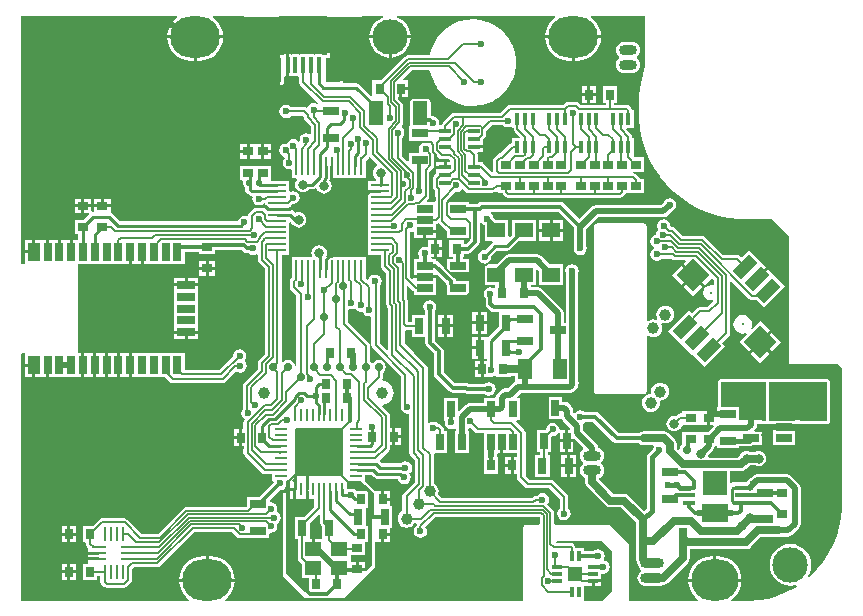
<source format=gtl>
G04 Layer_Physical_Order=1*
G04 Layer_Color=1754623*
%FSLAX25Y25*%
%MOIN*%
G70*
G01*
G75*
%ADD10R,0.03543X0.02756*%
%ADD11R,0.05315X0.02953*%
%ADD12R,0.02953X0.05315*%
G04:AMPARAMS|DCode=13|XSize=78.74mil|YSize=49.21mil|CornerRadius=0.25mil|HoleSize=0mil|Usage=FLASHONLY|Rotation=90.000|XOffset=0mil|YOffset=0mil|HoleType=Round|Shape=RoundedRectangle|*
%AMROUNDEDRECTD13*
21,1,0.07874,0.04872,0,0,90.0*
21,1,0.07825,0.04921,0,0,90.0*
1,1,0.00049,0.02436,0.03912*
1,1,0.00049,0.02436,-0.03912*
1,1,0.00049,-0.02436,-0.03912*
1,1,0.00049,-0.02436,0.03912*
%
%ADD13ROUNDEDRECTD13*%
G04:AMPARAMS|DCode=14|XSize=157.48mil|YSize=98.43mil|CornerRadius=0.49mil|HoleSize=0mil|Usage=FLASHONLY|Rotation=90.000|XOffset=0mil|YOffset=0mil|HoleType=Round|Shape=RoundedRectangle|*
%AMROUNDEDRECTD14*
21,1,0.15748,0.09744,0,0,90.0*
21,1,0.15650,0.09843,0,0,90.0*
1,1,0.00098,0.04872,0.07825*
1,1,0.00098,0.04872,-0.07825*
1,1,0.00098,-0.04872,-0.07825*
1,1,0.00098,-0.04872,0.07825*
%
%ADD14ROUNDEDRECTD14*%
G04:AMPARAMS|DCode=15|XSize=53.15mil|YSize=15.75mil|CornerRadius=0.08mil|HoleSize=0mil|Usage=FLASHONLY|Rotation=90.000|XOffset=0mil|YOffset=0mil|HoleType=Round|Shape=RoundedRectangle|*
%AMROUNDEDRECTD15*
21,1,0.05315,0.01559,0,0,90.0*
21,1,0.05299,0.01575,0,0,90.0*
1,1,0.00016,0.00780,0.02650*
1,1,0.00016,0.00780,-0.02650*
1,1,0.00016,-0.00780,-0.02650*
1,1,0.00016,-0.00780,0.02650*
%
%ADD15ROUNDEDRECTD15*%
G04:AMPARAMS|DCode=16|XSize=49.21mil|YSize=78.74mil|CornerRadius=1.23mil|HoleSize=0mil|Usage=FLASHONLY|Rotation=180.000|XOffset=0mil|YOffset=0mil|HoleType=Round|Shape=RoundedRectangle|*
%AMROUNDEDRECTD16*
21,1,0.04921,0.07628,0,0,180.0*
21,1,0.04675,0.07874,0,0,180.0*
1,1,0.00246,-0.02338,0.03814*
1,1,0.00246,0.02338,0.03814*
1,1,0.00246,0.02338,-0.03814*
1,1,0.00246,-0.02338,-0.03814*
%
%ADD16ROUNDEDRECTD16*%
%ADD17R,0.01575X0.03937*%
%ADD18R,0.04331X0.01102*%
%ADD19R,0.01102X0.04331*%
%ADD20R,0.03347X0.01378*%
%ADD21R,0.01378X0.03347*%
%ADD22R,0.04724X0.04724*%
%ADD23R,0.02756X0.03543*%
%ADD24R,0.05354X0.02559*%
%ADD25R,0.01969X0.01969*%
%ADD26R,0.08661X0.05906*%
%ADD27R,0.07874X0.07874*%
%ADD28R,0.03937X0.01575*%
%ADD29R,0.00984X0.05118*%
%ADD30R,0.05118X0.00984*%
%ADD31R,0.03937X0.05906*%
%ADD32R,0.02756X0.05906*%
%ADD33R,0.05906X0.02756*%
%ADD34R,0.01102X0.05906*%
%ADD35R,0.05906X0.01102*%
%ADD36R,0.04724X0.07087*%
%ADD37R,0.05906X0.04921*%
%ADD38R,0.02559X0.05354*%
%ADD39R,0.05512X0.04724*%
G04:AMPARAMS|DCode=40|XSize=39.37mil|YSize=78.74mil|CornerRadius=0mil|HoleSize=0mil|Usage=FLASHONLY|Rotation=315.000|XOffset=0mil|YOffset=0mil|HoleType=Round|Shape=Rectangle|*
%AMROTATEDRECTD40*
4,1,4,-0.04176,-0.01392,0.01392,0.04176,0.04176,0.01392,-0.01392,-0.04176,-0.04176,-0.01392,0.0*
%
%ADD40ROTATEDRECTD40*%

%ADD41P,0.11136X4X360.0*%
%ADD42R,0.03937X0.01575*%
%ADD43R,0.02953X0.06890*%
%ADD44C,0.02500*%
%ADD45C,0.01200*%
%ADD46C,0.02000*%
%ADD47C,0.01000*%
%ADD48C,0.00800*%
%ADD49C,0.00600*%
%ADD50C,0.01600*%
%ADD51C,0.02362*%
%ADD52R,0.08721X0.10961*%
%ADD53R,0.13100X0.12000*%
%ADD54R,0.41800X0.12400*%
%ADD55R,0.07354X0.03898*%
%ADD56R,0.08268X0.05118*%
%ADD57O,0.01969X0.02362*%
%ADD58C,0.11811*%
G04:AMPARAMS|DCode=59|XSize=157.48mil|YSize=157.48mil|CornerRadius=0.79mil|HoleSize=0mil|Usage=FLASHONLY|Rotation=0.000|XOffset=0mil|YOffset=0mil|HoleType=Round|Shape=RoundedRectangle|*
%AMROUNDEDRECTD59*
21,1,0.15748,0.15590,0,0,0.0*
21,1,0.15590,0.15748,0,0,0.0*
1,1,0.00158,0.07795,-0.07795*
1,1,0.00158,-0.07795,-0.07795*
1,1,0.00158,-0.07795,0.07795*
1,1,0.00158,0.07795,0.07795*
%
%ADD59ROUNDEDRECTD59*%
%ADD60C,0.03937*%
%ADD61O,0.05906X0.03543*%
%ADD62C,0.01000*%
%ADD63O,0.16535X0.13780*%
%ADD64O,0.15748X0.13780*%
%ADD65O,0.07874X0.03543*%
%ADD66C,0.02362*%
%ADD67C,0.02756*%
%ADD68C,0.03150*%
G36*
X405947Y257917D02*
X405512Y256634D01*
X405508Y256606D01*
X405496Y256581D01*
X404722Y253695D01*
X404720Y253658D01*
X404706Y253623D01*
X404187Y250680D01*
X404188Y250643D01*
X404178Y250607D01*
X403917Y247631D01*
X403920Y247603D01*
X403914Y247575D01*
X403882Y246081D01*
X403883Y246072D01*
X403882Y246063D01*
Y242126D01*
X403884Y242116D01*
X403882Y242105D01*
X403923Y240425D01*
X403930Y240394D01*
X403927Y240363D01*
X404256Y237017D01*
X404268Y236978D01*
Y236936D01*
X404924Y233639D01*
X404940Y233600D01*
X404944Y233559D01*
X405920Y230342D01*
X405940Y230305D01*
X405948Y230264D01*
X407234Y227159D01*
X407257Y227124D01*
X407270Y227084D01*
X408854Y224120D01*
X408881Y224087D01*
X408897Y224049D01*
X410764Y221254D01*
X410794Y221224D01*
X410813Y221187D01*
X412946Y218589D01*
X412978Y218563D01*
X413001Y218528D01*
X415378Y216151D01*
X415413Y216128D01*
X415439Y216095D01*
X418038Y213963D01*
X418075Y213943D01*
X418104Y213914D01*
X420899Y212046D01*
X420938Y212030D01*
X420970Y212004D01*
X423934Y210419D01*
X423974Y210407D01*
X424009Y210384D01*
X427115Y209098D01*
X427156Y209089D01*
X427193Y209070D01*
X430409Y208094D01*
X430451Y208090D01*
X430489Y208074D01*
X433786Y207418D01*
X433828D01*
X433868Y207406D01*
X437213Y207076D01*
X437244Y207080D01*
X437275Y207073D01*
X438956Y207031D01*
X438966Y207033D01*
X438976Y207031D01*
X448076D01*
X453882Y201226D01*
Y159449D01*
X453946Y159126D01*
X454128Y158853D01*
X454402Y158670D01*
X454725Y158606D01*
X470123D01*
X471598Y157131D01*
Y112205D01*
X471598Y110602D01*
X471284Y107412D01*
X470659Y104269D01*
X469728Y101201D01*
X468502Y98240D01*
X466991Y95414D01*
X465210Y92748D01*
X463177Y90271D01*
X460910Y88004D01*
X460599Y87749D01*
X460204Y88072D01*
X460741Y89077D01*
X461136Y90379D01*
X461270Y91732D01*
X461136Y93086D01*
X460741Y94388D01*
X460100Y95587D01*
X459237Y96639D01*
X458186Y97502D01*
X456986Y98143D01*
X455684Y98538D01*
X454331Y98671D01*
X452977Y98538D01*
X451675Y98143D01*
X450476Y97502D01*
X449424Y96639D01*
X448561Y95587D01*
X447920Y94388D01*
X447525Y93086D01*
X447392Y91732D01*
X447525Y90379D01*
X447920Y89077D01*
X448561Y87877D01*
X449424Y86826D01*
X450476Y85963D01*
X451675Y85322D01*
X452977Y84927D01*
X454331Y84793D01*
X455684Y84927D01*
X456206Y85085D01*
X456422Y84628D01*
X455767Y84190D01*
X452941Y82679D01*
X449980Y81453D01*
X446912Y80523D01*
X443769Y79897D01*
X440579Y79583D01*
X438976Y79583D01*
X434666D01*
X434597Y80083D01*
X435724Y81008D01*
X436710Y82210D01*
X437443Y83580D01*
X437894Y85067D01*
X437997Y86114D01*
X429134D01*
X420271D01*
X420374Y85067D01*
X420825Y83580D01*
X421558Y82210D01*
X422544Y81008D01*
X423671Y80083D01*
X423602Y79583D01*
X400449D01*
Y98425D01*
X400385Y98748D01*
X400202Y99021D01*
X394297Y104927D01*
X394023Y105110D01*
X393701Y105174D01*
X375984D01*
X375573Y105602D01*
Y109180D01*
X375472Y109687D01*
X375184Y110117D01*
X373292Y112010D01*
X373708Y112633D01*
X373877Y113484D01*
X373708Y114335D01*
X373226Y115057D01*
X372505Y115539D01*
X371654Y115708D01*
X370802Y115539D01*
X370081Y115057D01*
X369916Y114810D01*
X369384D01*
X368877Y114709D01*
X368447Y114421D01*
X368051Y114025D01*
X338144D01*
X336876Y115294D01*
X336947Y115465D01*
X337049Y116240D01*
X336947Y117015D01*
X336648Y117737D01*
X336172Y118357D01*
X335552Y118833D01*
X335483Y118862D01*
Y128654D01*
X335483Y128654D01*
X335776Y129011D01*
X339739D01*
Y136365D01*
X338887D01*
Y136740D01*
X338779Y137286D01*
X338469Y137750D01*
X338469Y137750D01*
X337909Y138309D01*
X337446Y138619D01*
X336980Y138712D01*
X336873Y138873D01*
X336151Y139355D01*
X335300Y139524D01*
X334449Y139355D01*
X333927Y139006D01*
X333427Y139255D01*
Y157384D01*
X333427Y157384D01*
X333319Y157930D01*
X333009Y158394D01*
X329009Y162394D01*
X328966Y162423D01*
X325681Y165708D01*
Y169764D01*
X326067Y170081D01*
X326100Y170074D01*
X328065D01*
Y167743D01*
X332638D01*
Y165800D01*
X332762Y165176D01*
X333116Y164646D01*
X335506Y162257D01*
Y155363D01*
X335630Y154739D01*
X335983Y154209D01*
X340597Y149597D01*
X341126Y149243D01*
X341750Y149119D01*
X345438D01*
X345776Y148893D01*
X346400Y148769D01*
X352316D01*
X352949Y148345D01*
X353800Y148176D01*
X354651Y148345D01*
X355373Y148828D01*
X355855Y149549D01*
X356024Y150400D01*
X355855Y151251D01*
X355373Y151972D01*
X354651Y152454D01*
X353800Y152624D01*
X352949Y152454D01*
X352316Y152031D01*
X347012D01*
X346674Y152257D01*
X346050Y152381D01*
X342426D01*
X338768Y156039D01*
Y162932D01*
X338644Y163557D01*
X338291Y164086D01*
X335901Y166476D01*
Y176569D01*
X336155Y176949D01*
X336324Y177800D01*
X336155Y178651D01*
X335672Y179373D01*
X334951Y179855D01*
X334100Y180024D01*
X333249Y179855D01*
X332527Y179373D01*
X332045Y178651D01*
X331876Y177800D01*
X332045Y176949D01*
X332527Y176227D01*
X332638Y176154D01*
Y175057D01*
X328065D01*
Y172725D01*
X326779D01*
Y179574D01*
X326678Y180081D01*
X326426Y180459D01*
Y184547D01*
X326887Y184738D01*
X328516Y183109D01*
X328728Y182968D01*
Y181767D01*
X336082D01*
Y185507D01*
Y187287D01*
X328695D01*
X328266Y187109D01*
X327525Y187849D01*
Y202681D01*
X328228Y202821D01*
X328728Y202541D01*
Y200665D01*
X331905D01*
Y202944D01*
X332405D01*
Y203444D01*
X336082D01*
Y205359D01*
X336084D01*
X336592Y205460D01*
X336710Y205539D01*
X337363Y205463D01*
X339751Y203074D01*
Y200665D01*
X347106D01*
X347401Y200525D01*
X347456Y200008D01*
X346216Y198768D01*
X345413D01*
Y199909D01*
X340657D01*
Y194365D01*
X341797D01*
Y193806D01*
X339751D01*
Y190684D01*
X339289Y190493D01*
X337102Y192680D01*
X336572Y193034D01*
X336082Y193131D01*
Y193806D01*
X334921D01*
X334646Y194306D01*
X334684Y194365D01*
X335448D01*
Y197137D01*
Y199909D01*
X333570D01*
Y197997D01*
X333070Y197690D01*
X332400Y197824D01*
X331549Y197654D01*
X330827Y197172D01*
X330345Y196451D01*
X330176Y195600D01*
X330345Y194749D01*
X330641Y194306D01*
X330394Y193806D01*
X328728D01*
Y189247D01*
Y188287D01*
X336082D01*
Y188433D01*
X336544Y188624D01*
X339606Y185562D01*
Y185263D01*
X339730Y184638D01*
X339751Y184607D01*
Y181767D01*
X347106D01*
Y186326D01*
X342851D01*
X342745Y186862D01*
X342391Y187391D01*
X340997Y188785D01*
X341188Y189247D01*
X347106D01*
Y193806D01*
X345060D01*
Y194365D01*
X345413D01*
Y195506D01*
X346892D01*
X347516Y195630D01*
X348046Y195984D01*
X350309Y198247D01*
X350662Y198776D01*
X350786Y199400D01*
Y205791D01*
X351287Y205943D01*
X351564Y205527D01*
X352285Y205045D01*
X352346Y205033D01*
Y199785D01*
X354930D01*
X355082Y199285D01*
X354824Y199113D01*
X352413Y196702D01*
X352362Y196712D01*
X351511Y196543D01*
X350790Y196061D01*
X350308Y195339D01*
X350138Y194488D01*
X350308Y193637D01*
X350790Y192916D01*
X351511Y192434D01*
X352061Y192324D01*
X352346Y191943D01*
X352346Y191790D01*
Y185022D01*
X355890D01*
Y184198D01*
X355449Y183963D01*
X355182Y184141D01*
X354331Y184310D01*
X353480Y184141D01*
X352758Y183659D01*
X352276Y182938D01*
X352107Y182087D01*
X352276Y181236D01*
X352699Y180602D01*
Y178740D01*
X352823Y178116D01*
X353177Y177587D01*
X354358Y176406D01*
X354888Y176052D01*
X355512Y175928D01*
X357071D01*
Y171045D01*
X353665Y167639D01*
X353220Y167782D01*
X353165Y167823D01*
Y167831D01*
X351189D01*
Y164173D01*
Y160516D01*
X353104D01*
Y159858D01*
X352075D01*
Y157087D01*
Y154315D01*
X353953D01*
Y154315D01*
X354237Y154548D01*
X354634Y154469D01*
X355485Y154638D01*
X355784Y154838D01*
X356283Y154571D01*
Y154315D01*
X361039D01*
Y154792D01*
X362386D01*
Y152752D01*
X362192Y152623D01*
X360108Y150539D01*
X359148D01*
X358368Y150384D01*
X357706Y149942D01*
X356582Y148818D01*
X356140Y148156D01*
X355987Y147389D01*
X352080D01*
Y145751D01*
X347512D01*
X346731Y145596D01*
X346070Y145154D01*
X343941Y143025D01*
X343479Y143217D01*
Y147389D01*
X338920D01*
Y140035D01*
X338920D01*
X339179Y139719D01*
X339076Y139200D01*
X339245Y138349D01*
X339727Y137627D01*
X340449Y137145D01*
X341300Y136976D01*
X342151Y137145D01*
X342474Y137361D01*
X342514Y137345D01*
X342901Y137045D01*
Y136365D01*
X342661D01*
Y129011D01*
X347220D01*
Y136365D01*
X346979D01*
Y137050D01*
X347169Y137275D01*
X347775Y137307D01*
X349091Y135991D01*
X349091Y135991D01*
X349554Y135681D01*
X350100Y135573D01*
X350100Y135573D01*
X352080D01*
Y129011D01*
X352080D01*
X352255Y128798D01*
X352136Y128200D01*
X352209Y127831D01*
X352079Y127672D01*
X352079D01*
Y122128D01*
X356835D01*
Y127672D01*
X356835D01*
X356548Y128021D01*
X356584Y128200D01*
X356499Y128624D01*
X356816Y129011D01*
X357600D01*
Y132688D01*
X358600D01*
Y129011D01*
X363173D01*
Y127672D01*
X362043D01*
Y124900D01*
Y122128D01*
X363173D01*
Y120900D01*
X363173Y120900D01*
X363281Y120354D01*
X363591Y119891D01*
X365790Y117692D01*
X365790Y117691D01*
X366253Y117382D01*
X366799Y117273D01*
X373818D01*
X377373Y113719D01*
Y110469D01*
X377227Y110372D01*
X376745Y109651D01*
X376576Y108800D01*
X376745Y107949D01*
X377227Y107228D01*
X377949Y106746D01*
X378800Y106576D01*
X379651Y106746D01*
X380373Y107228D01*
X380855Y107949D01*
X381024Y108800D01*
X380855Y109651D01*
X380373Y110372D01*
X380227Y110469D01*
Y114310D01*
X380227Y114310D01*
X380119Y114857D01*
X379809Y115320D01*
X379809Y115320D01*
X375419Y119710D01*
X374956Y120020D01*
X374410Y120128D01*
X374409Y120128D01*
X367390D01*
X366027Y121491D01*
Y135794D01*
X365919Y136340D01*
X365609Y136803D01*
X365609Y136803D01*
X362840Y139573D01*
X363031Y140035D01*
X364120D01*
Y147389D01*
X363379D01*
X363188Y147851D01*
X364479Y149142D01*
X380981D01*
X381762Y149297D01*
X382423Y149739D01*
X382938Y150254D01*
X383380Y150916D01*
X383476Y151400D01*
X383551Y151511D01*
X383720Y152362D01*
X383551Y153213D01*
X383535Y153236D01*
Y188890D01*
X383551Y188913D01*
X383720Y189764D01*
X383551Y190615D01*
X383069Y191336D01*
X382347Y191818D01*
X381496Y191988D01*
X380645Y191818D01*
X379924Y191336D01*
X379441Y190615D01*
X379272Y189764D01*
X379441Y188913D01*
X379457Y188890D01*
Y172358D01*
X378811D01*
Y175591D01*
X378656Y176371D01*
X378214Y177032D01*
X371521Y183725D01*
X370859Y184167D01*
X370079Y184323D01*
X367732D01*
Y185022D01*
X369406D01*
Y190146D01*
X369867Y190337D01*
X370654Y189551D01*
Y185022D01*
X378559D01*
Y191943D01*
X374029D01*
X371223Y194749D01*
X370562Y195191D01*
X369781Y195346D01*
X360630D01*
X359850Y195191D01*
X359188Y194749D01*
X356382Y191943D01*
X353309D01*
X353213Y192434D01*
X353935Y192916D01*
X354417Y193637D01*
X354586Y194488D01*
X354576Y194539D01*
X356539Y196502D01*
X359842D01*
X360428Y196618D01*
X360924Y196950D01*
X363759Y199785D01*
X369406D01*
Y206707D01*
X361500D01*
Y201852D01*
X360714Y201066D01*
X360252Y201257D01*
Y206707D01*
X356125D01*
X355268Y207564D01*
X355191Y207951D01*
X354709Y208672D01*
X354294Y208950D01*
X354445Y209450D01*
X376994D01*
X382212Y204232D01*
Y198118D01*
X382197Y198095D01*
X382027Y197244D01*
X382197Y196393D01*
X382679Y195671D01*
X383400Y195189D01*
X384251Y195020D01*
X385102Y195189D01*
X385824Y195671D01*
X386306Y196393D01*
X386475Y197244D01*
X386306Y198095D01*
X386290Y198118D01*
Y203655D01*
X390196Y207561D01*
X411900D01*
X412680Y207716D01*
X413342Y208158D01*
X414924Y209740D01*
X414951Y209745D01*
X415672Y210227D01*
X416155Y210949D01*
X416324Y211800D01*
X416155Y212651D01*
X415672Y213372D01*
X414951Y213855D01*
X414100Y214024D01*
X413249Y213855D01*
X412528Y213372D01*
X412045Y212651D01*
X412040Y212624D01*
X411055Y211639D01*
X389351D01*
X388571Y211484D01*
X387909Y211042D01*
X383963Y207096D01*
X378824Y212235D01*
X378294Y212588D01*
X377670Y212712D01*
X351487D01*
X350863Y212588D01*
X350334Y212235D01*
X350155Y212056D01*
X347106D01*
Y212704D01*
X340086D01*
X339878Y213204D01*
X342709Y216034D01*
X343000Y215976D01*
X343851Y216145D01*
X344572Y216628D01*
X344745Y216885D01*
X345242Y216934D01*
X346095Y216082D01*
X346525Y215794D01*
X347032Y215693D01*
X347032Y215693D01*
X355219D01*
X355726Y215794D01*
X356156Y216082D01*
X356398Y216323D01*
X356860Y216132D01*
Y215703D01*
X358349D01*
X358407Y215412D01*
X358694Y214982D01*
X359114Y214563D01*
X359543Y214275D01*
X360051Y214175D01*
X397562D01*
X398070Y214275D01*
X398499Y214563D01*
X399160Y215223D01*
X399447Y215653D01*
X399457Y215703D01*
X405572D01*
Y220459D01*
X404015D01*
X403737Y220875D01*
X402675Y221937D01*
X402245Y222225D01*
X401917Y222290D01*
X401967Y222790D01*
X405572D01*
Y227546D01*
X402371D01*
X402031Y227995D01*
X402046Y228031D01*
X402046D01*
Y233968D01*
X401584D01*
Y234500D01*
X401484Y235007D01*
X401196Y235437D01*
X399615Y237018D01*
X399806Y237480D01*
X402046D01*
Y243417D01*
X401612D01*
X401578Y243587D01*
X401268Y244050D01*
X400709Y244609D01*
X400246Y244919D01*
X399700Y245027D01*
X399700Y245027D01*
X395571D01*
Y245728D01*
X396521D01*
Y251272D01*
X391765D01*
Y245728D01*
X392716D01*
Y245027D01*
X384591D01*
X384009Y245609D01*
X383546Y245919D01*
X383000Y246027D01*
X383000Y246027D01*
X380059D01*
X379513Y245919D01*
X379050Y245609D01*
X379050Y245609D01*
X378468Y245027D01*
X360800D01*
X360800Y245027D01*
X360254Y244919D01*
X359791Y244609D01*
X359791Y244609D01*
X357609Y242427D01*
X343900D01*
X343387Y242325D01*
X342198D01*
X341691Y242225D01*
X341261Y241937D01*
X338371Y239047D01*
X338083Y238617D01*
X338015Y238272D01*
X337529Y238202D01*
X337219Y238571D01*
X337324Y239100D01*
X337155Y239951D01*
X336672Y240672D01*
X335951Y241155D01*
X335100Y241324D01*
X335061Y241316D01*
X334924Y241407D01*
X334365Y241518D01*
Y246014D01*
X334277Y246452D01*
X334029Y246824D01*
X333658Y247072D01*
X333220Y247159D01*
X328544D01*
X328106Y247072D01*
X327735Y246824D01*
X327486Y246452D01*
X327399Y246014D01*
Y238386D01*
X327087Y238005D01*
X327043D01*
Y233053D01*
X332294D01*
X332343Y232553D01*
X331849Y232455D01*
X331128Y231973D01*
X330645Y231251D01*
X330476Y230400D01*
X330626Y229647D01*
X330358Y229147D01*
X327043D01*
Y226387D01*
X326581Y226196D01*
X324771Y228005D01*
Y234114D01*
X325018Y234278D01*
X325500Y235000D01*
X325669Y235851D01*
X325500Y236702D01*
X325018Y237423D01*
X324767Y237591D01*
X324718Y238088D01*
X324937Y238307D01*
X325225Y238737D01*
X325325Y239244D01*
Y244900D01*
X325225Y245407D01*
X324937Y245837D01*
X323591Y247184D01*
Y247728D01*
X323943D01*
Y250500D01*
X324443D01*
Y251000D01*
X326821D01*
Y253272D01*
X325399D01*
X325208Y253734D01*
X328023Y256549D01*
X333815D01*
X334290Y256375D01*
X334307Y256290D01*
X334308Y256204D01*
X334533Y255117D01*
X334560Y255053D01*
X334572Y254985D01*
X335369Y252913D01*
X335406Y252855D01*
X335429Y252790D01*
X336553Y250875D01*
X336598Y250823D01*
X336631Y250762D01*
X338051Y249056D01*
X338105Y249012D01*
X338147Y248957D01*
X339826Y247504D01*
X339886Y247470D01*
X339936Y247423D01*
X341828Y246261D01*
X341893Y246237D01*
X341951Y246199D01*
X344007Y245360D01*
X344075Y245347D01*
X344138Y245319D01*
X346302Y244826D01*
X346371Y244824D01*
X346438Y244806D01*
X348654Y244671D01*
X348723Y244680D01*
X348792Y244673D01*
X351000Y244900D01*
X351066Y244920D01*
X351135Y244925D01*
X353278Y245507D01*
X353340Y245538D01*
X353407Y245554D01*
X355426Y246476D01*
X355482Y246517D01*
X355546Y246543D01*
X357389Y247782D01*
X357438Y247831D01*
X357496Y247867D01*
X359113Y249389D01*
X359154Y249445D01*
X359205Y249491D01*
X360554Y251254D01*
X360584Y251316D01*
X360628Y251370D01*
X361672Y253329D01*
X361692Y253396D01*
X361726Y253455D01*
X362438Y255558D01*
X362447Y255627D01*
X362472Y255692D01*
X362832Y257882D01*
X362830Y257951D01*
X362843Y258019D01*
X362843Y260239D01*
X362830Y260307D01*
X362832Y260376D01*
X362472Y262567D01*
X362447Y262632D01*
X362438Y262700D01*
X361726Y264803D01*
X361692Y264863D01*
X361672Y264929D01*
X360628Y266889D01*
X360584Y266942D01*
X360554Y267004D01*
X359205Y268768D01*
X359154Y268814D01*
X359113Y268870D01*
X357496Y270391D01*
X357438Y270428D01*
X357389Y270477D01*
X355546Y271715D01*
X355482Y271742D01*
X355426Y271782D01*
X353407Y272705D01*
X353340Y272721D01*
X353278Y272751D01*
X351135Y273334D01*
X351066Y273338D01*
X351000Y273359D01*
X348792Y273585D01*
X348723Y273579D01*
X348654Y273588D01*
X346438Y273453D01*
X346371Y273435D01*
X346302Y273433D01*
X344138Y272939D01*
X344075Y272911D01*
X344007Y272898D01*
X341951Y272059D01*
X341893Y272021D01*
X341828Y271997D01*
X339936Y270836D01*
X339886Y270789D01*
X339826Y270755D01*
X338147Y269301D01*
X338105Y269247D01*
X338051Y269203D01*
X336631Y267496D01*
X336598Y267435D01*
X336553Y267384D01*
X335429Y265469D01*
X335406Y265404D01*
X335369Y265345D01*
X334572Y263273D01*
X334560Y263205D01*
X334533Y263141D01*
X334308Y262054D01*
X334307Y261968D01*
X334290Y261883D01*
X333963Y261605D01*
X333842Y261562D01*
X326725D01*
X326218Y261461D01*
X325788Y261174D01*
X317886Y253272D01*
X314979D01*
Y248191D01*
X314479Y247984D01*
X310681Y251781D01*
X310185Y252113D01*
X309600Y252229D01*
X305577D01*
X305207Y252729D01*
X305223Y252813D01*
Y256886D01*
X310552D01*
X310961Y256967D01*
X311308Y257199D01*
X311540Y257546D01*
X311621Y257956D01*
Y265280D01*
X305679D01*
X299738D01*
Y261682D01*
X299307D01*
X298907Y261603D01*
X298904Y261601D01*
X298524Y261676D01*
X298191Y261899D01*
X297798Y261977D01*
X296239D01*
X295845Y261899D01*
X295739Y261828D01*
X295632Y261899D01*
X295239Y261977D01*
X293679D01*
X293286Y261899D01*
X293179Y261828D01*
X293073Y261899D01*
X292680Y261977D01*
X291121D01*
X290727Y261899D01*
X290620Y261828D01*
X290514Y261899D01*
X290121Y261977D01*
X288561D01*
X288168Y261899D01*
X288061Y261828D01*
X287955Y261899D01*
X287561Y261977D01*
X287282D01*
Y258300D01*
Y254623D01*
X287561D01*
X287955Y254701D01*
X288061Y254772D01*
X288168Y254701D01*
X288561Y254623D01*
X290121D01*
X290473Y254334D01*
Y252762D01*
X290473Y252762D01*
X290581Y252215D01*
X290891Y251752D01*
X296804Y245838D01*
X296486Y245450D01*
X296323Y245559D01*
X295472Y245728D01*
X294621Y245559D01*
X293900Y245076D01*
X293418Y244355D01*
X292966Y244168D01*
X292869Y244232D01*
X292323Y244341D01*
X292323Y244341D01*
X287890D01*
X287793Y244486D01*
X287071Y244968D01*
X286221Y245137D01*
X285369Y244968D01*
X284648Y244486D01*
X284166Y243764D01*
X283997Y242913D01*
X284166Y242062D01*
X284648Y241341D01*
X285369Y240859D01*
X286221Y240690D01*
X287071Y240859D01*
X287793Y241341D01*
X287890Y241486D01*
X291732D01*
X292076Y241141D01*
Y240945D01*
X292076Y240945D01*
X292185Y240399D01*
X292495Y239935D01*
X294517Y237913D01*
Y235618D01*
X294017Y235351D01*
X293764Y235519D01*
X292913Y235688D01*
X292062Y235519D01*
X291341Y235037D01*
X290859Y234316D01*
X290690Y233465D01*
X290773Y233043D01*
X290302Y232848D01*
X290155Y233069D01*
X289434Y233551D01*
X288583Y233720D01*
X287732Y233551D01*
X287010Y233069D01*
X286528Y232347D01*
X286481Y232108D01*
X286091Y232186D01*
X285240Y232017D01*
X284518Y231535D01*
X284036Y230813D01*
X283867Y229962D01*
X284036Y229111D01*
X284518Y228390D01*
X285240Y227908D01*
X285539Y227848D01*
X285631Y227616D01*
X285685Y227309D01*
X285245Y226651D01*
X285076Y225800D01*
X285245Y224949D01*
X285728Y224227D01*
X286449Y223745D01*
X287300Y223576D01*
X287629Y223642D01*
X288016Y223324D01*
Y220654D01*
X289515D01*
X289753Y220153D01*
X289483Y219802D01*
X289224Y219176D01*
X289135Y218504D01*
X289224Y217832D01*
X289483Y217205D01*
X289896Y216668D01*
X290434Y216255D01*
X291060Y215995D01*
X291732Y215907D01*
X292404Y215995D01*
X293031Y216255D01*
X293569Y216668D01*
X293804Y216974D01*
X294882D01*
X295467Y217091D01*
X295835Y217337D01*
X295862Y217342D01*
X296253Y217264D01*
X296420Y217172D01*
X296569Y216811D01*
X296982Y216273D01*
X297520Y215861D01*
X298146Y215601D01*
X298818Y215513D01*
X299490Y215601D01*
X300117Y215861D01*
X300655Y216273D01*
X301067Y216811D01*
X301327Y217438D01*
X301415Y218110D01*
X301327Y218782D01*
X301067Y219408D01*
X300660Y219939D01*
X300822Y220182D01*
X300916Y220654D01*
X300961D01*
Y224606D01*
X301795D01*
Y220654D01*
X312772D01*
Y226501D01*
X313745Y227475D01*
X314001Y227731D01*
X314422Y227460D01*
X316647Y225235D01*
X316549Y224744D01*
X316418Y224690D01*
X315880Y224277D01*
X315468Y223739D01*
X315208Y223113D01*
X315120Y222441D01*
X315208Y221769D01*
X315468Y221142D01*
X315880Y220605D01*
X316187Y220369D01*
Y219858D01*
X313567D01*
Y216756D01*
X317520D01*
Y215921D01*
X313567D01*
Y214787D01*
Y210850D01*
Y206913D01*
Y202976D01*
Y199039D01*
Y195102D01*
X317864D01*
Y191409D01*
X317864Y191409D01*
X317973Y190862D01*
X318282Y190399D01*
X319573Y189109D01*
Y178654D01*
X319573Y178654D01*
X319681Y178107D01*
X319991Y177644D01*
X320226Y177409D01*
Y163450D01*
X319764Y163259D01*
X317509Y165514D01*
Y184931D01*
X317855Y185449D01*
X318024Y186300D01*
X317855Y187151D01*
X317372Y187873D01*
X316651Y188355D01*
X315800Y188524D01*
X314949Y188355D01*
X314228Y187873D01*
X313745Y187151D01*
X313708Y186965D01*
X313230Y186820D01*
X312772Y187278D01*
Y194307D01*
X300008D01*
X299674Y194807D01*
X299753Y194997D01*
X299841Y195669D01*
X299753Y196342D01*
X299493Y196968D01*
X299080Y197506D01*
X298543Y197918D01*
X297916Y198178D01*
X297244Y198266D01*
X296572Y198178D01*
X295946Y197918D01*
X295408Y197506D01*
X294995Y196968D01*
X294736Y196342D01*
X294647Y195669D01*
X294736Y194997D01*
X294814Y194807D01*
X294480Y194307D01*
X288016D01*
Y187278D01*
X287967Y187230D01*
X287658Y186767D01*
X287549Y186221D01*
X287549Y186220D01*
Y184252D01*
X287549Y184252D01*
X287658Y183706D01*
X287967Y183243D01*
X289673Y181537D01*
Y157967D01*
X289173Y157918D01*
X289035Y158608D01*
X288510Y159395D01*
X287723Y159920D01*
X286795Y160105D01*
X285868Y159920D01*
X285195Y159471D01*
X284800Y159612D01*
X284695Y159693D01*
Y195102D01*
X287221D01*
Y197071D01*
Y201008D01*
Y205659D01*
X287720Y205965D01*
X287960Y205842D01*
X288105Y205493D01*
X288518Y204955D01*
X289056Y204542D01*
X289682Y204283D01*
X290354Y204194D01*
X291026Y204283D01*
X291653Y204542D01*
X292191Y204955D01*
X292603Y205493D01*
X292863Y206119D01*
X292951Y206791D01*
X292863Y207464D01*
X292603Y208090D01*
X292191Y208628D01*
X291653Y209040D01*
X291026Y209300D01*
X290354Y209388D01*
X289682Y209300D01*
X289147Y209078D01*
X288680Y209546D01*
X288184Y209877D01*
X287598Y209994D01*
X287221D01*
Y211057D01*
X287348Y211083D01*
X287811Y211392D01*
X288329Y211910D01*
X288500Y211876D01*
X289351Y212045D01*
X290072Y212527D01*
X290555Y213249D01*
X290724Y214100D01*
X290555Y214951D01*
X290072Y215672D01*
X289351Y216155D01*
X288500Y216324D01*
X287720Y216169D01*
X287334Y216323D01*
X287221Y216384D01*
Y219858D01*
X281533D01*
X281118Y220063D01*
Y224819D01*
X270850D01*
Y220063D01*
X271565D01*
X271975Y219563D01*
X271902Y219197D01*
Y218803D01*
X272056Y218029D01*
X272486Y217385D01*
Y216929D01*
X272603Y216344D01*
X272934Y215848D01*
X273541Y215241D01*
X274037Y214910D01*
X274622Y214793D01*
X274664D01*
X275043Y214293D01*
X274941Y213779D01*
X275110Y212928D01*
X275592Y212207D01*
X276314Y211724D01*
X277165Y211555D01*
X278016Y211724D01*
X278737Y212207D01*
X278834Y212352D01*
X279315D01*
Y210824D01*
X278815Y210557D01*
X278794Y210571D01*
X278248Y210679D01*
X278248Y210679D01*
X276339D01*
X276339Y210679D01*
X275793Y210571D01*
X275329Y210261D01*
X275329Y210261D01*
X273976Y208908D01*
X273667Y208445D01*
X273632Y208268D01*
X273196Y207962D01*
X273092Y207980D01*
X272342Y208129D01*
X271492Y207960D01*
X270770Y207478D01*
X270288Y206756D01*
X270188Y206254D01*
X230948D01*
X228329Y208873D01*
X227833Y209204D01*
X227772Y209217D01*
Y210917D01*
X222228D01*
Y209417D01*
X221728Y209322D01*
X221276Y209691D01*
Y210917D01*
X219004D01*
Y209039D01*
X220343D01*
X220550Y208539D01*
X218719Y206709D01*
X215732D01*
Y201953D01*
X216974D01*
Y200016D01*
X215067D01*
Y196063D01*
X214067D01*
Y200016D01*
X211130D01*
Y196063D01*
X210130D01*
Y200016D01*
X207193D01*
Y196063D01*
X206193D01*
Y200016D01*
X202665D01*
Y196063D01*
X202165D01*
Y195563D01*
X199197D01*
Y192126D01*
X198031D01*
X197693Y192486D01*
Y274748D01*
X249980D01*
X250049Y274248D01*
X248922Y273322D01*
X247936Y272121D01*
X247203Y270750D01*
X246752Y269263D01*
X246649Y268216D01*
X255906D01*
X265162D01*
X265059Y269263D01*
X264608Y270750D01*
X263875Y272121D01*
X262889Y273322D01*
X261762Y274248D01*
X261831Y274748D01*
X272194D01*
X272276Y274642D01*
X272416Y274248D01*
X272260Y274014D01*
X272179Y273605D01*
Y266280D01*
X278120D01*
X284062D01*
Y273605D01*
X283981Y274014D01*
X283825Y274248D01*
X283965Y274642D01*
X284047Y274748D01*
X299753D01*
X299835Y274642D01*
X299975Y274248D01*
X299819Y274014D01*
X299738Y273605D01*
Y266280D01*
X305679D01*
X311621D01*
Y273605D01*
X311540Y274014D01*
X311384Y274248D01*
X311524Y274642D01*
X311606Y274748D01*
X318533D01*
X318607Y274248D01*
X318211Y274127D01*
X317011Y273486D01*
X315960Y272623D01*
X315097Y271572D01*
X314455Y270372D01*
X314061Y269070D01*
X313977Y268216D01*
X320866D01*
X327756D01*
X327672Y269070D01*
X327277Y270372D01*
X326636Y271572D01*
X325773Y272623D01*
X324721Y273486D01*
X323521Y274127D01*
X323125Y274248D01*
X323199Y274748D01*
X375964D01*
X376033Y274248D01*
X374906Y273322D01*
X373920Y272121D01*
X373187Y270750D01*
X372736Y269263D01*
X372633Y268216D01*
X381890D01*
X391146D01*
X391043Y269263D01*
X390592Y270750D01*
X389860Y272121D01*
X388874Y273322D01*
X387746Y274248D01*
X387816Y274748D01*
X405947D01*
Y257917D01*
D02*
G37*
G36*
X358527Y238228D02*
X359249Y237745D01*
X360100Y237576D01*
X360951Y237745D01*
X361113Y237853D01*
X361554Y237618D01*
Y237480D01*
X362016D01*
Y237059D01*
X362116Y236552D01*
X362404Y236122D01*
X364095Y234430D01*
X363904Y233968D01*
X361554D01*
Y232378D01*
X361254Y232319D01*
X360791Y232009D01*
X360791Y232009D01*
X357654Y228873D01*
X357487D01*
X357487Y228873D01*
X356941Y228764D01*
X356478Y228455D01*
X356478Y228455D01*
X355491Y227468D01*
X355181Y227005D01*
X355073Y226459D01*
X355073Y226459D01*
Y223009D01*
X354811Y222841D01*
X354585Y222790D01*
X352137Y225237D01*
X351725Y225513D01*
Y226087D01*
X350082D01*
Y228443D01*
X349996Y228876D01*
X350212Y229376D01*
X351725D01*
Y230663D01*
X348757D01*
Y231663D01*
X351725D01*
Y233512D01*
X351921Y233707D01*
X351994Y233756D01*
X352462Y234225D01*
X352750Y234655D01*
X352851Y235162D01*
Y236451D01*
X354874Y238474D01*
X358363D01*
X358527Y238228D01*
D02*
G37*
G36*
X337246Y227463D02*
X337676Y227175D01*
X338184Y227075D01*
X340451D01*
X340938Y226587D01*
X340745Y226087D01*
X339808D01*
Y224300D01*
X339308D01*
Y223800D01*
X336339D01*
Y222214D01*
X335463Y221337D01*
X335175Y220907D01*
X335074Y220400D01*
Y217800D01*
X335175Y217293D01*
X335463Y216863D01*
X335756Y216570D01*
Y212704D01*
X333332D01*
X333140Y213166D01*
X333618Y213644D01*
X333906Y214074D01*
X334007Y214581D01*
Y222838D01*
X335095Y223926D01*
X335382Y224356D01*
X335483Y224863D01*
Y228519D01*
X335983Y228726D01*
X337246Y227463D01*
D02*
G37*
G36*
X272075Y196091D02*
X272604Y195737D01*
X273228Y195613D01*
X273712D01*
X274346Y195189D01*
X275197Y195020D01*
X276048Y195189D01*
X276247Y195322D01*
X276688Y195087D01*
Y193504D01*
X276688Y193504D01*
X276796Y192958D01*
X277106Y192495D01*
X279064Y190536D01*
Y162069D01*
X277106Y160111D01*
X276796Y159648D01*
X276688Y159101D01*
X276688Y159101D01*
Y156906D01*
X272291Y152509D01*
X271981Y152046D01*
X271873Y151500D01*
X271873Y151500D01*
Y143803D01*
X271828Y143772D01*
X271345Y143051D01*
X271176Y142200D01*
X271345Y141349D01*
X271828Y140628D01*
X272372Y140264D01*
X272375Y140235D01*
X272065Y139772D01*
X271957Y139226D01*
X271957Y139226D01*
Y137008D01*
X271920Y136963D01*
X271641D01*
Y134191D01*
Y131420D01*
X272059D01*
Y130827D01*
X271957Y130315D01*
Y129100D01*
X271957Y129100D01*
X272065Y128554D01*
X272375Y128091D01*
X278102Y122364D01*
X278102Y122364D01*
X278565Y122055D01*
X279111Y121946D01*
X279111Y121946D01*
X281465D01*
Y119854D01*
X281712D01*
X282119Y119354D01*
X282098Y119247D01*
X277236Y114386D01*
X273114D01*
Y111209D01*
X272992Y111087D01*
X252983D01*
X252476Y110986D01*
X252046Y110699D01*
X243473Y102126D01*
X238049D01*
X233332Y106843D01*
X232902Y107130D01*
X232395Y107231D01*
X224803D01*
X224296Y107130D01*
X223866Y106843D01*
X221763Y104740D01*
X218488D01*
Y99197D01*
X219136D01*
X219439Y98819D01*
X219547Y98273D01*
X219857Y97810D01*
X220260Y97407D01*
Y96145D01*
X223819D01*
Y95169D01*
X220260D01*
Y94201D01*
X223819D01*
Y93201D01*
X220260D01*
Y92209D01*
X219788Y92142D01*
X218488D01*
Y86598D01*
X223244D01*
Y87943D01*
X224295D01*
Y85811D01*
X224504D01*
X224563Y85516D01*
X224850Y85086D01*
X225441Y84496D01*
X225871Y84209D01*
X226378Y84108D01*
X232077D01*
X232584Y84209D01*
X233014Y84496D01*
X234402Y85883D01*
X234689Y86313D01*
X234790Y86821D01*
Y90396D01*
X235377Y90983D01*
X243309D01*
X243816Y91084D01*
X244246Y91371D01*
X255648Y102774D01*
X268140D01*
X269895Y101018D01*
X270325Y100731D01*
X270832Y100630D01*
X273114D01*
Y100575D01*
X280429D01*
Y102136D01*
X280816Y102453D01*
X281110Y102394D01*
X281961Y102564D01*
X282683Y103046D01*
X283165Y103767D01*
X283334Y104618D01*
X283169Y105449D01*
X283856Y105908D01*
X284338Y106629D01*
X284507Y107480D01*
X284338Y108331D01*
X283856Y109053D01*
X283169Y109512D01*
X283334Y110343D01*
X283165Y111194D01*
X282683Y111915D01*
X281961Y112397D01*
X281110Y112566D01*
X280703Y112988D01*
X280692Y113228D01*
X284157Y116693D01*
X284252Y116674D01*
X285103Y116843D01*
X285824Y117325D01*
X286307Y118047D01*
X286476Y118898D01*
X286385Y119354D01*
X286792Y119854D01*
X287606D01*
Y117377D01*
X289158D01*
Y116877D01*
X289575D01*
Y113712D01*
X292677D01*
Y116877D01*
X293512D01*
Y113712D01*
X295604D01*
Y111123D01*
X292238Y107757D01*
X289158D01*
Y100442D01*
X290192D01*
Y93980D01*
X290192Y93980D01*
X290301Y93434D01*
X290610Y92971D01*
X291520Y92062D01*
Y87351D01*
X293685D01*
Y83115D01*
X293223Y82923D01*
X286614Y89532D01*
X286614Y110436D01*
Y115748D01*
X285039D01*
Y108861D01*
X285039Y87995D01*
X292235Y80800D01*
X305603Y80800D01*
X315748Y90945D01*
X315748Y98818D01*
X315965Y99228D01*
X317843D01*
Y102000D01*
X318343D01*
Y102500D01*
X320721D01*
Y104142D01*
X321605D01*
Y111458D01*
X320721D01*
Y113100D01*
X318343D01*
Y113600D01*
X317843D01*
Y116372D01*
X315965D01*
X315596Y116687D01*
X312831Y119453D01*
X312598Y119854D01*
X312598D01*
X312598Y119854D01*
Y121844D01*
X314579D01*
X315552Y120871D01*
X316049Y120539D01*
X316634Y120423D01*
X323454D01*
X323535Y120015D01*
X324017Y119293D01*
X324739Y118811D01*
X325590Y118642D01*
X326441Y118811D01*
X327162Y119293D01*
X327644Y120015D01*
X327814Y120866D01*
X327644Y121717D01*
X327282Y122260D01*
X327557Y122443D01*
X328039Y123165D01*
X328208Y124016D01*
X328039Y124867D01*
X327557Y125588D01*
X326835Y126070D01*
X325984Y126240D01*
X325133Y126070D01*
X324412Y125588D01*
X324383Y125545D01*
X318085D01*
X317223Y126407D01*
X317212Y126526D01*
X320420Y129734D01*
X320420Y129734D01*
X320729Y130197D01*
X320838Y130743D01*
X320838Y130743D01*
Y131680D01*
X321547D01*
Y134452D01*
Y137224D01*
X320838D01*
Y141420D01*
X320838Y141420D01*
X320729Y141966D01*
X320420Y142429D01*
X320420Y142429D01*
X318232Y144617D01*
X318411Y145145D01*
X319126Y145239D01*
X320088Y145637D01*
X320914Y146271D01*
X321547Y147096D01*
X321946Y148058D01*
X322081Y149090D01*
X321946Y150122D01*
X321547Y151083D01*
X320914Y151909D01*
X320088Y152542D01*
X319126Y152941D01*
X318481Y153026D01*
X318252Y153560D01*
X318402Y153785D01*
X318510Y154331D01*
Y155774D01*
X318797Y155966D01*
X319323Y156753D01*
X319507Y157680D01*
X319323Y158608D01*
X318797Y159395D01*
X318010Y159920D01*
X317083Y160105D01*
X316155Y159920D01*
X315368Y159395D01*
X315132Y159041D01*
X314632D01*
X314396Y159395D01*
X314207Y159521D01*
Y164586D01*
X314207Y164586D01*
X314098Y165132D01*
X313789Y165595D01*
X313789Y165595D01*
X306841Y172543D01*
Y176646D01*
X307341Y177016D01*
X307874Y176910D01*
X308725Y177079D01*
X309086Y177321D01*
X309451Y176774D01*
X310173Y176292D01*
X311024Y176123D01*
X311660Y176249D01*
X311725Y175921D01*
X312207Y175199D01*
X312929Y174717D01*
X313779Y174548D01*
X314154Y174622D01*
X314654Y174212D01*
Y164923D01*
X314654Y164923D01*
X314762Y164377D01*
X315072Y163914D01*
X324558Y154427D01*
Y145270D01*
X324545Y145251D01*
X324376Y144400D01*
X324545Y143549D01*
X325027Y142827D01*
X325749Y142345D01*
X326600Y142176D01*
X326926Y142241D01*
X327313Y141924D01*
Y128896D01*
X327313Y128896D01*
X327421Y128350D01*
X327731Y127887D01*
X329043Y126574D01*
Y119448D01*
X325391Y115795D01*
X325081Y115332D01*
X324973Y114786D01*
X324973Y114786D01*
Y109722D01*
X324903Y109693D01*
X324283Y109217D01*
X323807Y108597D01*
X323508Y107875D01*
X323406Y107100D01*
X323508Y106325D01*
X323807Y105603D01*
X324283Y104983D01*
X324903Y104507D01*
X325625Y104208D01*
X326400Y104106D01*
X327175Y104208D01*
X327897Y104507D01*
X328517Y104983D01*
X328993Y105603D01*
X329064Y105774D01*
X329539D01*
X329807Y105274D01*
X329775Y105228D01*
X329679Y104740D01*
X329428Y104572D01*
X328945Y103851D01*
X328776Y103000D01*
X328945Y102149D01*
X329428Y101427D01*
X330149Y100945D01*
X331000Y100776D01*
X331851Y100945D01*
X332573Y101427D01*
X333055Y102149D01*
X333224Y103000D01*
X333055Y103851D01*
X332634Y104480D01*
X335910Y107756D01*
X370685D01*
X370722Y107719D01*
Y105497D01*
X370645Y105404D01*
X370222Y105145D01*
X370079Y105174D01*
X366142D01*
X365819Y105110D01*
X365546Y104927D01*
X365363Y104653D01*
X365299Y104331D01*
Y79583D01*
X265768D01*
X265699Y80083D01*
X266826Y81008D01*
X267812Y82210D01*
X268545Y83580D01*
X268996Y85067D01*
X269099Y86114D01*
X259842D01*
X250586D01*
X250689Y85067D01*
X251140Y83580D01*
X251873Y82210D01*
X252859Y81008D01*
X253986Y80083D01*
X253917Y79583D01*
X197693D01*
Y161845D01*
X198031Y162205D01*
X199197D01*
Y158768D01*
X202165D01*
Y158268D01*
X202665D01*
Y154315D01*
X206193D01*
Y158268D01*
X207193D01*
Y154315D01*
X218004D01*
Y158268D01*
Y162221D01*
X216732D01*
Y192110D01*
X233752D01*
Y196063D01*
X234752D01*
Y192110D01*
X237689D01*
Y196063D01*
X238689D01*
Y192110D01*
X252378D01*
Y196006D01*
X257071D01*
Y195260D01*
X262614D01*
Y196794D01*
X271372D01*
X272075Y196091D01*
D02*
G37*
G36*
X297573Y108401D02*
Y105591D01*
X297572Y105591D01*
X297681Y105045D01*
X297991Y104582D01*
X298016Y104557D01*
Y100442D01*
X297544Y100375D01*
X295776D01*
Y97013D01*
X294776D01*
Y100375D01*
X294583D01*
X294110Y100442D01*
Y105591D01*
X297111Y108592D01*
X297573Y108401D01*
D02*
G37*
G36*
X314961Y116142D02*
X314961Y91539D01*
X313076Y89654D01*
X312676Y89820D01*
X309842D01*
Y90320D01*
X309343D01*
Y92698D01*
X307693D01*
Y94076D01*
X307693D01*
Y95028D01*
X312614D01*
Y99228D01*
X313635D01*
Y104772D01*
X312747D01*
Y110828D01*
X313635D01*
Y116372D01*
X309554D01*
X309447Y116533D01*
X308725Y117015D01*
X307874Y117184D01*
X307023Y117015D01*
X306898Y116931D01*
X306457Y117167D01*
Y119854D01*
X311249D01*
X314961Y116142D01*
D02*
G37*
G36*
X394826Y96108D02*
Y83026D01*
X391383Y79583D01*
X385501D01*
X385447Y80061D01*
X385447D01*
Y84592D01*
X385907Y84687D01*
Y84687D01*
X388080D01*
Y86376D01*
X388580D01*
Y86876D01*
X391253D01*
Y88560D01*
X391640Y88877D01*
X391929Y88819D01*
X392780Y88989D01*
X393502Y89471D01*
X393984Y90192D01*
X394153Y91043D01*
X393984Y91894D01*
X393502Y92616D01*
X392780Y93098D01*
X392317Y93190D01*
X392087Y93745D01*
X392212Y93932D01*
X392381Y94784D01*
X392212Y95635D01*
X391730Y96356D01*
X391008Y96838D01*
X390158Y97007D01*
X389306Y96838D01*
X388611Y96373D01*
X385447D01*
Y97415D01*
X382707D01*
X382620Y97852D01*
X382332Y98282D01*
X382040Y98575D01*
X381610Y98862D01*
X381102Y98963D01*
X376369D01*
X376246Y99051D01*
X376242Y99077D01*
X376553Y99551D01*
X391383D01*
X394826Y96108D01*
D02*
G37*
%LPC*%
G36*
X327756Y267216D02*
X321366D01*
Y260827D01*
X322220Y260911D01*
X323521Y261306D01*
X324721Y261947D01*
X325773Y262810D01*
X326636Y263861D01*
X327277Y265061D01*
X327672Y266363D01*
X327756Y267216D01*
D02*
G37*
G36*
X320366D02*
X313977D01*
X314061Y266363D01*
X314455Y265061D01*
X315097Y263861D01*
X315960Y262810D01*
X317011Y261947D01*
X318211Y261306D01*
X319512Y260911D01*
X320366Y260827D01*
Y267216D01*
D02*
G37*
G36*
X391146D02*
X382390D01*
Y259789D01*
X383268D01*
X384814Y259941D01*
X386302Y260392D01*
X387672Y261125D01*
X388874Y262111D01*
X389860Y263312D01*
X390592Y264683D01*
X391043Y266170D01*
X391146Y267216D01*
D02*
G37*
G36*
X381390D02*
X372633D01*
X372736Y266170D01*
X373187Y264683D01*
X373920Y263312D01*
X374906Y262111D01*
X376107Y261125D01*
X377478Y260392D01*
X378965Y259941D01*
X380512Y259789D01*
X381390D01*
Y267216D01*
D02*
G37*
G36*
X265162D02*
X256405D01*
Y259789D01*
X257283D01*
X258830Y259941D01*
X260317Y260392D01*
X261688Y261125D01*
X262889Y262111D01*
X263875Y263312D01*
X264608Y264683D01*
X265059Y266170D01*
X265162Y267216D01*
D02*
G37*
G36*
X255405D02*
X246649D01*
X246752Y266170D01*
X247203Y264683D01*
X247936Y263312D01*
X248922Y262111D01*
X250123Y261125D01*
X251494Y260392D01*
X252981Y259941D01*
X254528Y259789D01*
X255405D01*
Y267216D01*
D02*
G37*
G36*
X401378Y266181D02*
X399016D01*
X398292Y266086D01*
X397618Y265807D01*
X397039Y265363D01*
X396595Y264784D01*
X396316Y264109D01*
X396220Y263386D01*
X396316Y262662D01*
X396595Y261988D01*
X397039Y261409D01*
X397259Y261240D01*
Y260610D01*
X397039Y260441D01*
X396595Y259862D01*
X396316Y259188D01*
X396220Y258465D01*
X396316Y257741D01*
X396595Y257067D01*
X397039Y256488D01*
X397618Y256044D01*
X398292Y255764D01*
X399016Y255669D01*
X401378D01*
X402102Y255764D01*
X402776Y256044D01*
X403355Y256488D01*
X403799Y257067D01*
X404078Y257741D01*
X404174Y258465D01*
X404078Y259188D01*
X403799Y259862D01*
X403355Y260441D01*
X403135Y260610D01*
Y261240D01*
X403355Y261409D01*
X403799Y261988D01*
X404078Y262662D01*
X404174Y263386D01*
X404078Y264109D01*
X403799Y264784D01*
X403355Y265363D01*
X402776Y265807D01*
X402102Y266086D01*
X401378Y266181D01*
D02*
G37*
G36*
X284062Y265280D02*
X278120D01*
X272179D01*
Y257956D01*
X272260Y257546D01*
X272492Y257199D01*
X272839Y256967D01*
X273248Y256886D01*
X278577D01*
Y252813D01*
X278656Y252413D01*
X278883Y252074D01*
X279222Y251848D01*
X279622Y251768D01*
X281557D01*
Y256725D01*
X282558D01*
Y251768D01*
X284493D01*
X284893Y251848D01*
X285232Y252074D01*
X285459Y252413D01*
X285538Y252813D01*
Y254205D01*
X286002Y254623D01*
X286282D01*
Y258300D01*
Y261977D01*
X286002D01*
X285609Y261899D01*
X285276Y261676D01*
X284896Y261601D01*
X284893Y261603D01*
X284493Y261682D01*
X284062D01*
Y265280D01*
D02*
G37*
G36*
X389435Y251272D02*
X387557D01*
Y249000D01*
X389435D01*
Y251272D01*
D02*
G37*
G36*
X386557D02*
X384679D01*
Y249000D01*
X386557D01*
Y251272D01*
D02*
G37*
G36*
X326821Y250000D02*
X324943D01*
Y247728D01*
X326821D01*
Y250000D01*
D02*
G37*
G36*
X389435Y248000D02*
X387557D01*
Y245728D01*
X389435D01*
Y248000D01*
D02*
G37*
G36*
X386557D02*
X384679D01*
Y245728D01*
X386557D01*
Y248000D01*
D02*
G37*
G36*
X281118Y231906D02*
X278847D01*
Y230028D01*
X281118D01*
Y231906D01*
D02*
G37*
G36*
X273122D02*
X270850D01*
Y230028D01*
X273122D01*
Y231906D01*
D02*
G37*
G36*
X281118Y229028D02*
X278847D01*
Y227150D01*
X281118D01*
Y229028D01*
D02*
G37*
G36*
X277847Y231906D02*
X274122D01*
Y229528D01*
Y227150D01*
X277847D01*
Y229528D01*
Y231906D01*
D02*
G37*
G36*
X273122Y229028D02*
X270850D01*
Y227150D01*
X273122D01*
Y229028D01*
D02*
G37*
G36*
X227772Y213795D02*
X225500D01*
Y211917D01*
X227772D01*
Y213795D01*
D02*
G37*
G36*
X224500D02*
X222228D01*
Y211917D01*
X224500D01*
Y213795D01*
D02*
G37*
G36*
X221276D02*
X219004D01*
Y211917D01*
X221276D01*
Y213795D01*
D02*
G37*
G36*
X218004D02*
X215732D01*
Y211917D01*
X218004D01*
Y213795D01*
D02*
G37*
G36*
Y210917D02*
X215732D01*
Y209039D01*
X218004D01*
Y210917D01*
D02*
G37*
G36*
X378559Y206707D02*
X375106D01*
Y203746D01*
X378559D01*
Y206707D01*
D02*
G37*
G36*
X374106D02*
X370654D01*
Y203746D01*
X374106D01*
Y206707D01*
D02*
G37*
G36*
X336082Y202444D02*
X332905D01*
Y200665D01*
X336082D01*
Y202444D01*
D02*
G37*
G36*
X378559Y202746D02*
X375106D01*
Y199785D01*
X378559D01*
Y202746D01*
D02*
G37*
G36*
X374106D02*
X370654D01*
Y199785D01*
X374106D01*
Y202746D01*
D02*
G37*
G36*
X338326Y199909D02*
X336448D01*
Y197637D01*
X338326D01*
Y199909D01*
D02*
G37*
G36*
X201665Y200016D02*
X199197D01*
Y196563D01*
X201665D01*
Y200016D01*
D02*
G37*
G36*
X338326Y196637D02*
X336448D01*
Y194365D01*
X338326D01*
Y196637D01*
D02*
G37*
G36*
X418091Y191438D02*
X414953Y188301D01*
X418091Y185163D01*
X421228Y188301D01*
X418091Y191438D01*
D02*
G37*
G36*
X421935Y187594D02*
X418798Y184456D01*
X421935Y181319D01*
X425073Y184456D01*
X421935Y187594D01*
D02*
G37*
G36*
X412100Y206924D02*
X411249Y206755D01*
X410528Y206273D01*
X410045Y205551D01*
X409876Y204700D01*
X410045Y203849D01*
X410291Y203482D01*
X410127Y203373D01*
X409645Y202651D01*
X409476Y201800D01*
X409495Y201704D01*
X409042Y201614D01*
X408320Y201132D01*
X407838Y200410D01*
X407669Y199559D01*
X407838Y198708D01*
X408320Y197987D01*
X408697Y197735D01*
Y197134D01*
X408270Y196848D01*
X407788Y196127D01*
X407619Y195276D01*
X407788Y194425D01*
X408270Y193703D01*
X408991Y193221D01*
X409842Y193052D01*
X410694Y193221D01*
X411415Y193703D01*
X411512Y193848D01*
X414651D01*
X414740Y193759D01*
X414740Y193759D01*
X415203Y193450D01*
X415749Y193341D01*
X419340D01*
X419532Y192879D01*
X418798Y192145D01*
X422289Y188654D01*
X425780Y185163D01*
X428091Y187475D01*
X428742Y186824D01*
Y185183D01*
X428355Y184865D01*
X427781Y184980D01*
X426815Y184787D01*
X425996Y184240D01*
X425449Y183421D01*
X425257Y182455D01*
X425449Y181489D01*
X425996Y180669D01*
X426815Y180122D01*
X427781Y179930D01*
X428355Y180044D01*
X428359Y180041D01*
X428603Y179584D01*
X426647Y177627D01*
X424171D01*
X423625Y177519D01*
X423162Y177209D01*
X423162Y177209D01*
X421633Y175680D01*
X420543Y176770D01*
X413561Y169788D01*
X417528Y165821D01*
X421495Y161854D01*
X425694Y157656D01*
X432676Y164638D01*
X431586Y165728D01*
X433779Y167920D01*
X434088Y168383D01*
X434197Y168930D01*
X434197Y168930D01*
Y186231D01*
X434659Y186423D01*
X440591Y180491D01*
X440591Y180491D01*
X441054Y180181D01*
X441600Y180073D01*
X441600Y180073D01*
X443086D01*
X445598Y177561D01*
X452580Y184543D01*
X448382Y188741D01*
X446868Y190255D01*
X443377Y186764D01*
X442670Y187471D01*
X446161Y190962D01*
X444415Y192708D01*
X440448Y196675D01*
X437966Y194193D01*
X437580Y194580D01*
X437117Y194889D01*
X436571Y194998D01*
X436570Y194998D01*
X431959D01*
X425979Y200978D01*
X425516Y201287D01*
X424970Y201396D01*
X424970Y201396D01*
X424961D01*
X424803Y201427D01*
X424803Y201427D01*
X418463D01*
X415781Y204109D01*
X415318Y204419D01*
X414772Y204527D01*
X414772Y204527D01*
X414324Y204700D01*
X414155Y205551D01*
X413672Y206273D01*
X412951Y206755D01*
X412100Y206924D01*
D02*
G37*
G36*
X353165Y176098D02*
X351189D01*
Y172941D01*
X353165D01*
Y176098D01*
D02*
G37*
G36*
X350189D02*
X348213D01*
Y172941D01*
X350189D01*
Y176098D01*
D02*
G37*
G36*
X405512Y205567D02*
X389764D01*
X389441Y205503D01*
X389168Y205321D01*
X388985Y205047D01*
X388921Y204724D01*
Y149606D01*
X388985Y149284D01*
X389168Y149010D01*
X389441Y148828D01*
X389764Y148763D01*
X405512D01*
X405834Y148828D01*
X406108Y149010D01*
X406291Y149284D01*
X406355Y149606D01*
Y167951D01*
X406855Y168197D01*
X407103Y168007D01*
X407825Y167708D01*
X408600Y167606D01*
X409375Y167708D01*
X410097Y168007D01*
X410717Y168483D01*
X411193Y169103D01*
X411492Y169825D01*
X411594Y170600D01*
X411492Y171375D01*
X411231Y172006D01*
X411390Y172247D01*
X411590Y172398D01*
X411828Y172300D01*
X412603Y172198D01*
X413378Y172300D01*
X414100Y172599D01*
X414720Y173075D01*
X415196Y173695D01*
X415495Y174417D01*
X415597Y175192D01*
X415495Y175967D01*
X415196Y176689D01*
X414720Y177309D01*
X414100Y177785D01*
X413378Y178084D01*
X412603Y178186D01*
X411828Y178084D01*
X411106Y177785D01*
X410486Y177309D01*
X410010Y176689D01*
X409711Y175967D01*
X409609Y175192D01*
X409711Y174417D01*
X409973Y173786D01*
X409813Y173546D01*
X409613Y173394D01*
X409375Y173492D01*
X408600Y173594D01*
X407825Y173492D01*
X407103Y173193D01*
X406855Y173003D01*
X406355Y173249D01*
Y204724D01*
X406291Y205047D01*
X406108Y205321D01*
X405834Y205503D01*
X405512Y205567D01*
D02*
G37*
G36*
X341876Y175057D02*
X339900D01*
Y171900D01*
X341876D01*
Y175057D01*
D02*
G37*
G36*
X338900D02*
X336924D01*
Y171900D01*
X338900D01*
Y175057D01*
D02*
G37*
G36*
X353165Y171941D02*
X351189D01*
Y168783D01*
X353165D01*
Y171941D01*
D02*
G37*
G36*
X350189D02*
X348213D01*
Y168783D01*
X350189D01*
Y171941D01*
D02*
G37*
G36*
X341876Y170900D02*
X339900D01*
Y167743D01*
X341876D01*
Y170900D01*
D02*
G37*
G36*
X338900D02*
X336924D01*
Y167743D01*
X338900D01*
Y170900D01*
D02*
G37*
G36*
X350189Y167831D02*
X348213D01*
Y164673D01*
X350189D01*
Y167831D01*
D02*
G37*
G36*
X438360Y174969D02*
X437560Y174864D01*
X436814Y174555D01*
X436173Y174063D01*
X435681Y173423D01*
X435372Y172677D01*
X435267Y171876D01*
X435372Y171075D01*
X435681Y170329D01*
X436173Y169689D01*
X436814Y169197D01*
X437560Y168888D01*
X438360Y168783D01*
X439161Y168888D01*
X439527Y169040D01*
X439811Y168616D01*
X437224Y166030D01*
X440362Y162892D01*
X443853Y166383D01*
X447344Y169874D01*
X444206Y173012D01*
X441620Y170426D01*
X441196Y170709D01*
X441348Y171075D01*
X441454Y171876D01*
X441348Y172677D01*
X441039Y173423D01*
X440548Y174063D01*
X439907Y174555D01*
X439161Y174864D01*
X438360Y174969D01*
D02*
G37*
G36*
X448051Y169167D02*
X444913Y166030D01*
X448051Y162892D01*
X451188Y166030D01*
X448051Y169167D01*
D02*
G37*
G36*
X350189Y163673D02*
X348213D01*
Y160516D01*
X350189D01*
Y163673D01*
D02*
G37*
G36*
X444206Y165323D02*
X441069Y162185D01*
X444206Y159048D01*
X447344Y162185D01*
X444206Y165323D01*
D02*
G37*
G36*
X351075Y159858D02*
X349197D01*
Y157587D01*
X351075D01*
Y159858D01*
D02*
G37*
G36*
Y156587D02*
X349197D01*
Y154315D01*
X351075D01*
Y156587D01*
D02*
G37*
G36*
X466535Y153776D02*
X447083Y153776D01*
X446692Y153698D01*
X446573Y153618D01*
X446453Y153698D01*
X446063Y153776D01*
X431102D01*
X430712Y153698D01*
X430381Y153477D01*
X430160Y153146D01*
X430083Y152756D01*
Y144504D01*
X429709D01*
Y143169D01*
X427567D01*
Y140791D01*
Y138413D01*
X428632D01*
X428824Y137951D01*
X426955Y136083D01*
X424378D01*
X424295Y136083D01*
Y136083D01*
X423878D01*
Y136083D01*
X418335D01*
Y131879D01*
X417971Y131636D01*
X417445Y130849D01*
X417339Y130314D01*
X416796Y130149D01*
X416467Y130478D01*
Y131890D01*
X416293Y132768D01*
X415795Y133512D01*
X413719Y135588D01*
X412975Y136085D01*
X412097Y136260D01*
X405500D01*
X404622Y136085D01*
X403892Y135597D01*
X397025D01*
X390369Y142253D01*
X389839Y142607D01*
X389215Y142731D01*
X385784D01*
X385151Y143155D01*
X384300Y143324D01*
X383449Y143155D01*
X382728Y142673D01*
X382443Y142247D01*
X382433Y142243D01*
X381939Y142393D01*
Y143100D01*
X381784Y143880D01*
X381342Y144542D01*
X380347Y145536D01*
X379686Y145978D01*
X378906Y146134D01*
X378264D01*
Y147772D01*
X373705D01*
Y140417D01*
X378018D01*
X378458Y139758D01*
X380968Y137248D01*
X380761Y136748D01*
X380224D01*
Y133571D01*
X382301D01*
X382466Y133639D01*
X385299Y130806D01*
X385266Y130307D01*
X385031Y130126D01*
X384587Y129547D01*
X384308Y128873D01*
X384212Y128150D01*
X384308Y127426D01*
X384587Y126752D01*
X385031Y126173D01*
X385251Y126004D01*
Y125374D01*
X385031Y125205D01*
X384587Y124626D01*
X384308Y123952D01*
X384212Y123228D01*
X384308Y122505D01*
X384587Y121831D01*
X385031Y121252D01*
X385610Y120807D01*
X385895Y120689D01*
Y119291D01*
X386069Y118413D01*
X386567Y117669D01*
X392691Y111545D01*
X393435Y111048D01*
X394313Y110873D01*
X397902D01*
X402922Y105853D01*
Y105232D01*
X402740D01*
Y96342D01*
X402922D01*
Y93602D01*
X403097Y92725D01*
X403316Y92396D01*
X403307Y92323D01*
X403402Y91599D01*
X403681Y90925D01*
X404126Y90346D01*
X404346Y90177D01*
Y89547D01*
X404126Y89378D01*
X403681Y88799D01*
X403402Y88125D01*
X403307Y87402D01*
X403402Y86678D01*
X403681Y86004D01*
X404126Y85425D01*
X404705Y84980D01*
X405379Y84701D01*
X406102Y84606D01*
X410433D01*
X411157Y84701D01*
X411831Y84980D01*
X412061Y85157D01*
X412689Y85282D01*
X413433Y85779D01*
X420028Y92374D01*
X420525Y93118D01*
X420700Y93996D01*
Y96342D01*
X420882D01*
Y97017D01*
X439468D01*
X440346Y97192D01*
X441091Y97689D01*
X444308Y100906D01*
X450100D01*
X450978Y101081D01*
X451098Y101161D01*
X453500D01*
X454280Y101316D01*
X454942Y101758D01*
X457142Y103958D01*
X457584Y104620D01*
X457739Y105400D01*
Y117400D01*
X457584Y118180D01*
X457142Y118842D01*
X454642Y121342D01*
X453980Y121784D01*
X453200Y121939D01*
X445374D01*
X445351Y121955D01*
X444500Y122124D01*
X443649Y121955D01*
X443626Y121939D01*
X443200D01*
X443200Y121939D01*
X442420Y121784D01*
X441758Y121342D01*
X441176Y120760D01*
X441149Y120755D01*
X440427Y120273D01*
X439945Y119551D01*
X439940Y119524D01*
X439723Y119307D01*
X434827D01*
Y119240D01*
X434571Y119093D01*
X434071Y119378D01*
Y122903D01*
X437795D01*
X438673Y123077D01*
X439417Y123575D01*
X440545Y124702D01*
X440954Y124871D01*
X442511D01*
X443029Y124657D01*
X443701Y124568D01*
X444373Y124657D01*
X444999Y124916D01*
X445537Y125329D01*
X445950Y125867D01*
X446209Y126493D01*
X446298Y127165D01*
X446209Y127838D01*
X445950Y128464D01*
X445537Y129002D01*
X444999Y129414D01*
X444373Y129674D01*
X443701Y129762D01*
X443029Y129674D01*
X442511Y129459D01*
X440954D01*
X440436Y129674D01*
X439764Y129762D01*
X439092Y129674D01*
X438465Y129414D01*
X437927Y129002D01*
X437515Y128464D01*
X437300Y127946D01*
X436845Y127491D01*
X427129D01*
X426851Y127907D01*
X426918Y128068D01*
X426963Y128410D01*
X428509Y129956D01*
X428951Y130617D01*
X429092Y131327D01*
X429709D01*
Y130693D01*
X437024D01*
Y131334D01*
X440453D01*
X441155Y131474D01*
X441377Y131622D01*
X444862D01*
Y136181D01*
X442474D01*
X442283Y136643D01*
X442627Y136987D01*
X443069Y137649D01*
X443224Y138429D01*
Y138744D01*
X446063D01*
X446453Y138822D01*
X446573Y138902D01*
X446692Y138822D01*
X447083Y138744D01*
X448531D01*
Y138142D01*
X452209D01*
X455886D01*
Y138744D01*
X456276Y138822D01*
X456312Y138846D01*
X457380D01*
X457793Y138764D01*
X457894D01*
X457992Y138744D01*
X466535D01*
X466926Y138822D01*
X467256Y139043D01*
X467477Y139374D01*
X467555Y139764D01*
Y141339D01*
X467555Y152756D01*
X467477Y153146D01*
X467256Y153477D01*
X466926Y153698D01*
X466535Y153776D01*
D02*
G37*
G36*
X410900Y152502D02*
X410125Y152400D01*
X409403Y152101D01*
X408783Y151625D01*
X408307Y151005D01*
X408008Y150283D01*
X407906Y149508D01*
X407949Y149179D01*
X407802Y148701D01*
X407546Y148661D01*
X407025Y148592D01*
X406303Y148293D01*
X405683Y147817D01*
X405207Y147197D01*
X404908Y146475D01*
X404806Y145700D01*
X404908Y144925D01*
X405207Y144203D01*
X405683Y143583D01*
X406303Y143107D01*
X407025Y142808D01*
X407800Y142706D01*
X408575Y142808D01*
X409297Y143107D01*
X409917Y143583D01*
X410393Y144203D01*
X410692Y144925D01*
X410794Y145700D01*
X410751Y146029D01*
X410898Y146507D01*
X411154Y146547D01*
X411675Y146616D01*
X412397Y146915D01*
X413017Y147391D01*
X413493Y148011D01*
X413792Y148733D01*
X413894Y149508D01*
X413792Y150283D01*
X413493Y151005D01*
X413017Y151625D01*
X412397Y152101D01*
X411675Y152400D01*
X410900Y152502D01*
D02*
G37*
G36*
X424295Y143169D02*
X423878D01*
X423795Y143169D01*
X418335D01*
Y142219D01*
X417563D01*
X417017Y142110D01*
X416554Y141801D01*
X416554Y141801D01*
X416106Y141353D01*
X415594Y141420D01*
X414922Y141331D01*
X414296Y141072D01*
X413758Y140659D01*
X413345Y140121D01*
X413086Y139495D01*
X412997Y138823D01*
X413086Y138151D01*
X413345Y137524D01*
X413758Y136986D01*
X414296Y136574D01*
X414922Y136314D01*
X415594Y136226D01*
X416267Y136314D01*
X416893Y136574D01*
X417431Y136986D01*
X417844Y137524D01*
X418053Y138030D01*
X418086Y138075D01*
X418406Y138413D01*
Y138413D01*
X423795D01*
X423878Y138413D01*
X424295D01*
X424378Y138413D01*
X426567D01*
Y140791D01*
Y143169D01*
X424378D01*
X424295Y143169D01*
D02*
G37*
G36*
X375100Y139135D02*
X374249Y138966D01*
X373528Y138484D01*
X373045Y137762D01*
X372876Y136911D01*
X372742Y136748D01*
X369965D01*
Y129394D01*
X370817D01*
Y128461D01*
X369079D01*
Y121146D01*
X374031D01*
Y128461D01*
X373672D01*
Y129394D01*
X374524D01*
Y134316D01*
X374929Y134721D01*
X375100Y134687D01*
X375951Y134856D01*
X376673Y135338D01*
X376945Y135746D01*
X377445Y135594D01*
Y133571D01*
X379224D01*
Y136748D01*
X377801D01*
X377387Y136889D01*
X377271Y137176D01*
X377155Y137762D01*
X376673Y138484D01*
X375951Y138966D01*
X375100Y139135D01*
D02*
G37*
G36*
X455886Y137142D02*
X452209D01*
X448531D01*
Y135362D01*
Y131622D01*
X455886D01*
Y135362D01*
Y137142D01*
D02*
G37*
G36*
X382004Y132571D02*
X380224D01*
Y129394D01*
X382004D01*
Y132571D01*
D02*
G37*
G36*
X379224D02*
X377445D01*
Y129394D01*
X379224D01*
Y132571D01*
D02*
G37*
G36*
X361043Y127672D02*
X359165D01*
Y125400D01*
X361043D01*
Y127672D01*
D02*
G37*
G36*
X382890Y128461D02*
X380913D01*
Y125303D01*
X382890D01*
Y128461D01*
D02*
G37*
G36*
X379913D02*
X377937D01*
Y125303D01*
X379913D01*
Y128461D01*
D02*
G37*
G36*
X361043Y124400D02*
X359165D01*
Y122128D01*
X361043D01*
Y124400D01*
D02*
G37*
G36*
X382890Y124303D02*
X380913D01*
Y121146D01*
X382890D01*
Y124303D01*
D02*
G37*
G36*
X379913D02*
X377937D01*
Y121146D01*
X379913D01*
Y124303D01*
D02*
G37*
G36*
X430118Y94542D02*
X429634D01*
Y87114D01*
X437997D01*
X437894Y88161D01*
X437443Y89648D01*
X436710Y91019D01*
X435724Y92220D01*
X434523Y93206D01*
X433152Y93939D01*
X431665Y94390D01*
X430118Y94542D01*
D02*
G37*
G36*
X428634D02*
X428150D01*
X426603Y94390D01*
X425116Y93939D01*
X423745Y93206D01*
X422544Y92220D01*
X421558Y91019D01*
X420825Y89648D01*
X420374Y88161D01*
X420271Y87114D01*
X428634D01*
Y94542D01*
D02*
G37*
%LPD*%
G36*
X466535Y141339D02*
Y139764D01*
X457992D01*
X457480Y139866D01*
X455886D01*
Y140882D01*
X452209D01*
X448531D01*
Y139764D01*
X447083D01*
Y152756D01*
X466535Y152756D01*
X466535Y141339D01*
D02*
G37*
G36*
X446063Y139764D02*
X444862D01*
Y140882D01*
X441185D01*
Y141382D01*
X440685D01*
Y143661D01*
X437508D01*
Y143661D01*
X437024Y143699D01*
Y144504D01*
X431102D01*
Y152756D01*
X446063D01*
Y139764D01*
D02*
G37*
G36*
X395196Y132812D02*
X395725Y132459D01*
X396349Y132334D01*
X403892D01*
X404622Y131846D01*
X405500Y131672D01*
X408575D01*
X408842Y131172D01*
X408575Y130772D01*
X408498Y130385D01*
X406970Y128857D01*
X406572Y128261D01*
X406432Y127559D01*
Y110603D01*
X405547Y109717D01*
X400474Y114789D01*
X399730Y115287D01*
X398852Y115462D01*
X395263D01*
X390497Y120227D01*
X390546Y120715D01*
X390768Y120807D01*
X391347Y121252D01*
X391791Y121831D01*
X392070Y122505D01*
X392166Y123228D01*
X392070Y123952D01*
X391791Y124626D01*
X391347Y125205D01*
X391127Y125374D01*
Y126004D01*
X391347Y126173D01*
X391791Y126752D01*
X392070Y127426D01*
X392166Y128150D01*
X392070Y128873D01*
X391791Y129547D01*
X391347Y130126D01*
X390768Y130571D01*
X390228Y130794D01*
Y130800D01*
X390073Y131580D01*
X389631Y132242D01*
X385239Y136634D01*
Y137900D01*
X385084Y138680D01*
X385352Y139180D01*
X385784Y139469D01*
X388539D01*
X395196Y132812D01*
D02*
G37*
%LPC*%
G36*
X455886Y143661D02*
X452709D01*
Y141882D01*
X455886D01*
Y143661D01*
D02*
G37*
G36*
X451709D02*
X448531D01*
Y141882D01*
X451709D01*
Y143661D01*
D02*
G37*
G36*
X444862D02*
X441685D01*
Y141882D01*
X444862D01*
Y143661D01*
D02*
G37*
G36*
X338808Y226087D02*
X336339D01*
Y224800D01*
X338808D01*
Y226087D01*
D02*
G37*
G36*
X262614Y192929D02*
X260343D01*
Y191051D01*
X262614D01*
Y192929D01*
D02*
G37*
G36*
X259343D02*
X257071D01*
Y191051D01*
X259343D01*
Y192929D01*
D02*
G37*
G36*
X262614Y190051D02*
X260343D01*
Y188173D01*
X262614D01*
Y190051D01*
D02*
G37*
G36*
X259343D02*
X257071D01*
Y188173D01*
X259343D01*
Y190051D01*
D02*
G37*
G36*
X256906Y187417D02*
X253453D01*
Y185539D01*
X256906D01*
Y187417D01*
D02*
G37*
G36*
X252453D02*
X249000D01*
Y185539D01*
X252453D01*
Y187417D01*
D02*
G37*
G36*
X256906Y184539D02*
X252953D01*
X249000D01*
Y182661D01*
Y178724D01*
Y174787D01*
Y170850D01*
Y169791D01*
X252953D01*
X256906D01*
Y170850D01*
Y174787D01*
Y178724D01*
Y182661D01*
Y184539D01*
D02*
G37*
G36*
Y168791D02*
X253453D01*
Y166913D01*
X256906D01*
Y168791D01*
D02*
G37*
G36*
X252453D02*
X249000D01*
Y166913D01*
X252453D01*
Y168791D01*
D02*
G37*
G36*
X270768Y163644D02*
X269917Y163475D01*
X269195Y162993D01*
X268713Y162271D01*
X268544Y161421D01*
X268578Y161249D01*
X264071Y156742D01*
X252378D01*
Y162221D01*
X234752D01*
Y158268D01*
Y154315D01*
X245905D01*
X247391Y152829D01*
X247391Y152829D01*
X247854Y152520D01*
X248400Y152411D01*
X248400Y152411D01*
X265024D01*
X265024Y152411D01*
X265571Y152520D01*
X266034Y152829D01*
X269551Y156346D01*
X270028Y156027D01*
X270879Y155858D01*
X271730Y156027D01*
X272452Y156509D01*
X272934Y157230D01*
X273103Y158081D01*
X272934Y158932D01*
X272452Y159654D01*
X272563Y160181D01*
X272822Y160570D01*
X272992Y161421D01*
X272822Y162271D01*
X272340Y162993D01*
X271619Y163475D01*
X270768Y163644D01*
D02*
G37*
G36*
X233752Y162221D02*
X230815D01*
Y158268D01*
Y154315D01*
X233752D01*
Y158268D01*
Y162221D01*
D02*
G37*
G36*
X229815D02*
X226878D01*
Y158268D01*
Y154315D01*
X229815D01*
Y158268D01*
Y162221D01*
D02*
G37*
G36*
X225878D02*
X222941D01*
Y158268D01*
Y154315D01*
X225878D01*
Y158268D01*
Y162221D01*
D02*
G37*
G36*
X221941D02*
X219004D01*
Y158268D01*
Y154315D01*
X221941D01*
Y158268D01*
Y162221D01*
D02*
G37*
G36*
X201665Y157768D02*
X199197D01*
Y154315D01*
X201665D01*
Y157768D01*
D02*
G37*
G36*
X324425Y137224D02*
X322547D01*
Y134952D01*
X324425D01*
Y137224D01*
D02*
G37*
G36*
X270641Y136963D02*
X268763D01*
Y134691D01*
X270641D01*
Y136963D01*
D02*
G37*
G36*
X324425Y133952D02*
X322547D01*
Y131680D01*
X324425D01*
Y133952D01*
D02*
G37*
G36*
X270641Y133691D02*
X268763D01*
Y131420D01*
X270641D01*
Y133691D01*
D02*
G37*
G36*
X320721Y116372D02*
X318843D01*
Y114100D01*
X320721D01*
Y116372D01*
D02*
G37*
G36*
X288657Y116377D02*
X287606D01*
Y113712D01*
X288657D01*
Y116377D01*
D02*
G37*
G36*
X216158Y104740D02*
X214280D01*
Y102469D01*
X216158D01*
Y104740D01*
D02*
G37*
G36*
X213280D02*
X211402D01*
Y102469D01*
X213280D01*
Y104740D01*
D02*
G37*
G36*
X320721Y101500D02*
X318843D01*
Y99228D01*
X320721D01*
Y101500D01*
D02*
G37*
G36*
X216158Y101469D02*
X214280D01*
Y99197D01*
X216158D01*
Y101469D01*
D02*
G37*
G36*
X213280D02*
X211402D01*
Y99197D01*
X213280D01*
Y101469D01*
D02*
G37*
G36*
X216158Y92142D02*
X214280D01*
Y89870D01*
X216158D01*
Y92142D01*
D02*
G37*
G36*
X213280D02*
X211402D01*
Y89870D01*
X213280D01*
Y92142D01*
D02*
G37*
G36*
X261221Y94542D02*
X260343D01*
Y87114D01*
X269099D01*
X268996Y88161D01*
X268545Y89648D01*
X267812Y91019D01*
X266826Y92220D01*
X265625Y93206D01*
X264254Y93939D01*
X262767Y94390D01*
X261221Y94542D01*
D02*
G37*
G36*
X259343D02*
X258465D01*
X256918Y94390D01*
X255431Y93939D01*
X254060Y93206D01*
X252859Y92220D01*
X251873Y91019D01*
X251140Y89648D01*
X250689Y88161D01*
X250586Y87114D01*
X259343D01*
Y94542D01*
D02*
G37*
G36*
X216158Y88870D02*
X214280D01*
Y86598D01*
X216158D01*
Y88870D01*
D02*
G37*
G36*
X213280D02*
X211402D01*
Y86598D01*
X213280D01*
Y88870D01*
D02*
G37*
G36*
X312614Y92698D02*
X310343D01*
Y90820D01*
X312614D01*
Y92698D01*
D02*
G37*
G36*
X391253Y85876D02*
X389080D01*
Y84687D01*
X391253D01*
Y85876D01*
D02*
G37*
%LPD*%
D10*
X451400Y115643D02*
D03*
Y108557D02*
D03*
X402800Y225168D02*
D03*
Y218081D02*
D03*
X398222Y225168D02*
D03*
Y218081D02*
D03*
X393644Y225168D02*
D03*
Y218081D02*
D03*
X389067Y225168D02*
D03*
Y218081D02*
D03*
X384489Y225168D02*
D03*
Y218081D02*
D03*
X377943Y225168D02*
D03*
Y218081D02*
D03*
X373365Y225168D02*
D03*
Y218081D02*
D03*
X368787Y225168D02*
D03*
Y218081D02*
D03*
X364209Y225168D02*
D03*
Y218081D02*
D03*
X359632Y225168D02*
D03*
Y218081D02*
D03*
X427067Y133705D02*
D03*
Y140791D02*
D03*
X421106Y133705D02*
D03*
Y140791D02*
D03*
X259842Y190551D02*
D03*
Y197638D02*
D03*
X218504Y211417D02*
D03*
Y204331D02*
D03*
X225000D02*
D03*
Y211417D02*
D03*
X309842Y90320D02*
D03*
Y97406D02*
D03*
X273622Y229528D02*
D03*
Y222441D02*
D03*
X278346Y229528D02*
D03*
Y222441D02*
D03*
D11*
X445800Y115829D02*
D03*
Y106971D02*
D03*
X414173Y122539D02*
D03*
Y113681D02*
D03*
X433366Y142027D02*
D03*
Y133169D02*
D03*
X301181Y243012D02*
D03*
Y234154D02*
D03*
X330700Y235529D02*
D03*
Y226671D02*
D03*
X276772Y111909D02*
D03*
Y103051D02*
D03*
D12*
X330542Y171400D02*
D03*
X339400D02*
D03*
X319129Y107800D02*
D03*
X310271D02*
D03*
X359547Y164173D02*
D03*
X350689D02*
D03*
X359547Y172441D02*
D03*
X350689D02*
D03*
X291634Y104099D02*
D03*
X300492D02*
D03*
X371555Y124803D02*
D03*
X380413D02*
D03*
D13*
X282057Y256725D02*
D03*
X301743D02*
D03*
D14*
X278120Y265780D02*
D03*
X305679D02*
D03*
D15*
X286782Y258300D02*
D03*
X289341D02*
D03*
X291900D02*
D03*
X294459D02*
D03*
X297018D02*
D03*
D16*
X316118Y242200D02*
D03*
X330882D02*
D03*
D17*
X389659Y240449D02*
D03*
X387100D02*
D03*
X384541D02*
D03*
Y231000D02*
D03*
X387100D02*
D03*
X389659D02*
D03*
X400259Y240449D02*
D03*
X397700D02*
D03*
X395141D02*
D03*
Y231000D02*
D03*
X397700D02*
D03*
X400259D02*
D03*
X379059Y240449D02*
D03*
X376500D02*
D03*
X373941D02*
D03*
Y231000D02*
D03*
X376500D02*
D03*
X379059D02*
D03*
X368459Y240449D02*
D03*
X365900D02*
D03*
X363341D02*
D03*
Y231000D02*
D03*
X365900D02*
D03*
X368459D02*
D03*
D18*
X309433Y121405D02*
D03*
Y123373D02*
D03*
Y125342D02*
D03*
Y127310D02*
D03*
Y129279D02*
D03*
Y131247D02*
D03*
Y133216D02*
D03*
Y135184D02*
D03*
Y137153D02*
D03*
X284630D02*
D03*
Y135184D02*
D03*
Y133216D02*
D03*
Y131247D02*
D03*
Y129279D02*
D03*
Y127310D02*
D03*
Y125342D02*
D03*
Y123373D02*
D03*
Y121405D02*
D03*
D19*
X304906Y141680D02*
D03*
X302937D02*
D03*
X300969D02*
D03*
X299000D02*
D03*
X297031D02*
D03*
X295063D02*
D03*
X293094D02*
D03*
X291126D02*
D03*
X289158D02*
D03*
Y116877D02*
D03*
X291126D02*
D03*
X293094D02*
D03*
X295063D02*
D03*
X297031D02*
D03*
X299000D02*
D03*
X300969D02*
D03*
X302937D02*
D03*
X304906D02*
D03*
D20*
X388580Y86376D02*
D03*
Y88738D02*
D03*
Y91100D02*
D03*
X376572D02*
D03*
Y88738D02*
D03*
Y86376D02*
D03*
D21*
X383757Y94742D02*
D03*
X381395D02*
D03*
Y82734D02*
D03*
X383757D02*
D03*
D22*
X382576Y88738D02*
D03*
D23*
X300886Y162405D02*
D03*
X307972D02*
D03*
X213779Y101969D02*
D03*
X220866D02*
D03*
Y89370D02*
D03*
X213779D02*
D03*
X303150Y85202D02*
D03*
X296063D02*
D03*
X318343Y102000D02*
D03*
X311257D02*
D03*
X299394Y147444D02*
D03*
X306480D02*
D03*
X299394Y151987D02*
D03*
X306480D02*
D03*
X314961Y134452D02*
D03*
X322047D02*
D03*
X271141Y134191D02*
D03*
X278228D02*
D03*
X318343Y113600D02*
D03*
X311257D02*
D03*
X358661Y157087D02*
D03*
X351575D02*
D03*
X365354Y182283D02*
D03*
X358268D02*
D03*
X387057Y248500D02*
D03*
X394143D02*
D03*
X335948Y197137D02*
D03*
X343035D02*
D03*
X361543Y124900D02*
D03*
X354457D02*
D03*
X324443Y250500D02*
D03*
X317357D02*
D03*
D24*
X441185Y133902D02*
D03*
Y141382D02*
D03*
X452209D02*
D03*
Y137642D02*
D03*
Y133902D02*
D03*
X332405Y210424D02*
D03*
Y206684D02*
D03*
Y202944D02*
D03*
X343428D02*
D03*
Y210424D02*
D03*
X376772Y170079D02*
D03*
X365748Y173819D02*
D03*
Y166339D02*
D03*
X343428Y191527D02*
D03*
Y184046D02*
D03*
X332405D02*
D03*
Y187787D02*
D03*
Y191527D02*
D03*
D25*
X424016Y109055D02*
D03*
X434252D02*
D03*
D26*
X429134D02*
D03*
D27*
Y118898D02*
D03*
D28*
X437795Y117520D02*
D03*
Y114961D02*
D03*
Y112402D02*
D03*
X420472D02*
D03*
Y114961D02*
D03*
Y117520D02*
D03*
D29*
X225787Y89370D02*
D03*
X227756D02*
D03*
X229724D02*
D03*
X231693D02*
D03*
X225787Y101969D02*
D03*
X227756D02*
D03*
X229724D02*
D03*
X231693D02*
D03*
D30*
X223819Y93701D02*
D03*
Y97638D02*
D03*
Y95669D02*
D03*
X233661D02*
D03*
Y93701D02*
D03*
Y97638D02*
D03*
D31*
X202165Y196063D02*
D03*
Y158268D02*
D03*
D32*
X206693Y196063D02*
D03*
X210630D02*
D03*
X214567D02*
D03*
X218504D02*
D03*
X222441D02*
D03*
X226378D02*
D03*
X230315D02*
D03*
X234252D02*
D03*
X238189D02*
D03*
X242126D02*
D03*
X246063D02*
D03*
X250000D02*
D03*
Y158268D02*
D03*
X246063D02*
D03*
X242126D02*
D03*
X238189D02*
D03*
X234252D02*
D03*
X230315D02*
D03*
X226378D02*
D03*
X222441D02*
D03*
X218504D02*
D03*
X214567D02*
D03*
X210630D02*
D03*
X206693D02*
D03*
D33*
X252953Y185039D02*
D03*
Y181102D02*
D03*
Y177165D02*
D03*
Y173228D02*
D03*
Y169291D02*
D03*
D34*
X289567Y190354D02*
D03*
X291535D02*
D03*
X293504D02*
D03*
X295472D02*
D03*
X297441D02*
D03*
X299410D02*
D03*
X301378D02*
D03*
X303346D02*
D03*
X305315D02*
D03*
X307283D02*
D03*
X309252D02*
D03*
X311221D02*
D03*
X311221Y224606D02*
D03*
X309252D02*
D03*
X307283D02*
D03*
X305315D02*
D03*
X303346D02*
D03*
X301378D02*
D03*
X299409D02*
D03*
X297441D02*
D03*
X295472D02*
D03*
X293504D02*
D03*
X291535D02*
D03*
X289567D02*
D03*
D35*
X283268Y218307D02*
D03*
Y216339D02*
D03*
Y214370D02*
D03*
Y212402D02*
D03*
Y210433D02*
D03*
Y208465D02*
D03*
Y206496D02*
D03*
Y204527D02*
D03*
Y202559D02*
D03*
Y200591D02*
D03*
Y198622D02*
D03*
Y196653D02*
D03*
X317520D02*
D03*
Y198622D02*
D03*
Y200590D02*
D03*
Y202559D02*
D03*
Y204527D02*
D03*
Y206496D02*
D03*
Y208465D02*
D03*
Y210433D02*
D03*
Y212402D02*
D03*
Y214370D02*
D03*
Y216339D02*
D03*
Y218307D02*
D03*
D36*
X377559Y157087D02*
D03*
X365748D02*
D03*
D37*
X365453Y203246D02*
D03*
Y188482D02*
D03*
X356299Y203246D02*
D03*
Y188482D02*
D03*
X374606Y203246D02*
D03*
Y188482D02*
D03*
D38*
X341200Y143712D02*
D03*
X337460Y132688D02*
D03*
X344940D02*
D03*
X354360D02*
D03*
X358100D02*
D03*
X361840D02*
D03*
Y143712D02*
D03*
X354360D02*
D03*
X379724Y133071D02*
D03*
X372244D02*
D03*
X375984Y144095D02*
D03*
D39*
X303937Y97013D02*
D03*
X295276Y97013D02*
D03*
X295276Y90713D02*
D03*
X303937Y90713D02*
D03*
D40*
X419151Y171180D02*
D03*
X423118Y167213D02*
D03*
X427085Y163246D02*
D03*
X439056Y191085D02*
D03*
X443023Y187118D02*
D03*
X446990Y183151D02*
D03*
D41*
X421935Y188301D02*
D03*
X444206Y166030D02*
D03*
D42*
X339308Y219182D02*
D03*
Y221741D02*
D03*
X348757Y219182D02*
D03*
X339308Y224300D02*
D03*
X348757Y221741D02*
D03*
Y224300D02*
D03*
X339308Y231163D02*
D03*
X348757D02*
D03*
X339308Y233722D02*
D03*
Y236281D02*
D03*
X348757Y233722D02*
D03*
Y236281D02*
D03*
D43*
X405217Y100787D02*
D03*
X418405D02*
D03*
D44*
X436396Y102931D02*
X440945Y107480D01*
X441454Y106971D01*
X445800D01*
X439468Y99311D02*
X443358Y103200D01*
X450100D01*
X418504Y125197D02*
X437795D01*
X439764Y127165D01*
X443701D01*
X405217Y93602D02*
Y99606D01*
X419882Y99311D02*
X439468D01*
X418405Y100787D02*
X419882Y99311D01*
X418405Y93996D02*
Y100787D01*
X411811Y87402D02*
X418405Y93996D01*
X415354Y106299D02*
X421260D01*
X408661Y99606D02*
X415354Y106299D01*
X405217Y99606D02*
X408661D01*
X421260Y106299D02*
X424628Y102931D01*
X406496Y92323D02*
X408268D01*
X405217Y93602D02*
X406496Y92323D01*
X398852Y113167D02*
X405118Y106901D01*
X405217Y106803D01*
Y99606D02*
Y106803D01*
X424628Y102931D02*
X436396D01*
X405500Y133966D02*
X412097D01*
X394313Y113167D02*
X398852D01*
X388189Y119291D02*
X394313Y113167D01*
X388189Y119291D02*
Y123228D01*
X358661Y157087D02*
X364961D01*
X414173Y129528D02*
X418504Y125197D01*
X414173Y129528D02*
Y131890D01*
X412097Y133966D02*
X414173Y131890D01*
X408268Y87402D02*
X411811D01*
D45*
X445800Y115829D02*
X445986Y115643D01*
X451400D01*
X440820Y117520D02*
X441142D01*
X437795D02*
X440820D01*
X442200Y118700D02*
X443400Y119900D01*
X442000Y118700D02*
X442200D01*
X437795Y112279D02*
X447678D01*
X451400Y108557D01*
X444231Y114960D02*
X444900Y115629D01*
X440157Y114960D02*
X444231D01*
X335948Y191527D02*
X341237Y186237D01*
Y185263D02*
Y186237D01*
Y185263D02*
X342454Y184046D01*
X343428D01*
X332405Y191527D02*
X335948D01*
X354360Y124937D02*
X354397Y124900D01*
X354360Y124937D02*
Y128200D01*
X350831Y210424D02*
X351487Y211081D01*
X377670D01*
X384251Y204500D01*
X343035Y197137D02*
X346892D01*
X343035D02*
X343428Y196743D01*
Y191527D02*
Y196743D01*
X332400Y195600D02*
X332405Y195595D01*
Y191527D02*
Y195595D01*
X420472Y111024D02*
Y112402D01*
Y111024D02*
X422441Y109055D01*
X396349Y133966D02*
X405500D01*
X341200Y139300D02*
Y143712D01*
Y139300D02*
X341300Y139200D01*
X287008Y89139D02*
Y119255D01*
X307600Y139847D02*
Y147444D01*
X306480D02*
X307600D01*
X314800Y107850D02*
Y115500D01*
Y107850D02*
X314850Y107800D01*
X319129D01*
X303150Y89926D02*
X309842D01*
X297031Y129153D02*
Y129279D01*
X303150Y89926D02*
X303150Y89926D01*
X303150Y85202D02*
Y89926D01*
X437795Y114961D02*
X440157D01*
X440157Y114960D02*
X440157Y114961D01*
X420319Y130555D02*
Y133705D01*
X419685Y129921D02*
X420319Y130555D01*
X420472Y114961D02*
X420472Y114961D01*
X416142Y114961D02*
X420472D01*
X355512Y177559D02*
X368898D01*
X371260Y175197D01*
X365748Y157087D02*
Y158268D01*
X371260Y163779D01*
Y175197D01*
X354331Y178740D02*
X355512Y177559D01*
X354331Y178740D02*
Y182087D01*
X250000Y196063D02*
Y197638D01*
X259842D02*
Y198425D01*
X250000Y197638D02*
X259842D01*
X272047Y198425D02*
X273228Y197244D01*
X275197D01*
X259842Y198425D02*
X272047D01*
X350689Y164173D02*
X351575Y163287D01*
Y157087D02*
Y163287D01*
X294094Y82052D02*
X300000D01*
X414173Y122539D02*
X419193D01*
X422047Y119685D01*
X420472Y117520D02*
X422047D01*
X287008Y89139D02*
X294094Y82052D01*
X306480Y147444D02*
Y151987D01*
X300000Y82052D02*
X303150Y85202D01*
X388637Y91043D02*
X391929D01*
X388580Y91100D02*
X388637Y91043D01*
X383757Y94742D02*
X390116D01*
X390158Y94784D01*
X276772Y111909D02*
X277854D01*
X312508Y117792D02*
X314800Y115500D01*
X308392Y117792D02*
X312508D01*
X284055Y118898D02*
X284252D01*
X277854Y112697D02*
X284055Y118898D01*
X422441Y109055D02*
X424016D01*
X422047Y117520D02*
Y119685D01*
X434252Y109055D02*
X437008D01*
X437795Y109843D01*
Y112279D01*
X330182Y242800D02*
X330482Y243100D01*
X334300Y239900D02*
X335100Y239100D01*
X330482Y241418D02*
Y243100D01*
Y241418D02*
X332000Y239900D01*
X334300D01*
X346892Y197137D02*
X349155Y199400D01*
Y210269D01*
X349000Y210424D02*
X349155Y210269D01*
X349000Y210424D02*
X350831D01*
X343428D02*
X349000D01*
X330400Y216300D02*
Y225671D01*
X332200Y227471D01*
X334100Y177800D02*
X334269Y177631D01*
X384300Y141100D02*
X389215D01*
X396349Y133966D01*
X334269Y165800D02*
X337137Y162932D01*
X334269Y165800D02*
Y177631D01*
X337137Y155363D02*
Y162932D01*
X341750Y150750D02*
X346050D01*
X337137Y155363D02*
X341750Y150750D01*
X346050D02*
X346400Y150400D01*
X353800D01*
D46*
X440820Y117520D02*
X442000Y118700D01*
X444500Y119900D02*
X453200D01*
X443400D02*
X444500D01*
X442000Y118700D02*
X443200Y119900D01*
X443400D01*
X450100Y103200D02*
X453500D01*
X455700Y105400D01*
Y117400D01*
X453200Y119900D02*
X455700Y117400D01*
X411900Y209600D02*
X414100Y211800D01*
X389351Y209600D02*
X411900D01*
X384251Y204500D02*
X389351Y209600D01*
X384251Y197244D02*
Y204500D01*
X381496Y152362D02*
Y189764D01*
Y151696D02*
Y152362D01*
X380981Y151181D02*
X381496Y151696D01*
X427799Y142027D02*
Y147484D01*
Y142027D02*
X433366D01*
X363634Y151181D02*
X380981D01*
X375984Y144095D02*
X378906D01*
X379900Y141200D02*
Y143100D01*
X378906Y144095D02*
X379900Y143100D01*
X354360Y128200D02*
Y132688D01*
X344719Y140919D02*
X347512Y143712D01*
X344719Y138263D02*
Y140919D01*
Y138263D02*
X344940Y138042D01*
X347512Y143712D02*
X354360D01*
X360953Y148500D02*
X363634Y151181D01*
X359148Y148500D02*
X360953D01*
X344940Y132688D02*
Y138042D01*
X295276Y97013D02*
X296063Y97800D01*
X427461Y133705D02*
X431004Y137248D01*
X440004D01*
X441185Y138429D01*
Y141382D01*
X448665Y137642D02*
X452209D01*
X210630Y158268D02*
X214567D01*
X376772Y159841D02*
Y170079D01*
X369781Y193307D02*
X374606Y188482D01*
X360630Y193307D02*
X369781D01*
X356299Y188976D02*
X360630Y193307D01*
X356299Y188482D02*
Y188976D01*
X358268Y182283D02*
Y186514D01*
X356299Y188482D02*
X358268Y186514D01*
X365354Y182283D02*
X370079D01*
X376772Y175591D01*
Y170079D02*
Y175591D01*
X365354Y182283D02*
Y188384D01*
X365453Y188482D01*
X427067Y131398D02*
Y133705D01*
X424409Y128740D02*
X427067Y131398D01*
X307972Y162405D02*
X308367Y162010D01*
Y157680D02*
Y162010D01*
X365748Y152048D02*
Y157087D01*
X295276Y97013D02*
X296587D01*
X302887Y90713D01*
X303937D01*
X354360Y143712D02*
X357412D01*
X358024Y144324D01*
Y147376D01*
X359148Y148500D01*
X383200Y135789D02*
X388189Y130800D01*
X383200Y135789D02*
Y137900D01*
X388189Y128150D02*
Y130800D01*
X379900Y141200D02*
X383200Y137900D01*
D47*
X435421Y112279D02*
X437795D01*
X435320Y117520D02*
X437795D01*
X434800Y117000D02*
X435320Y117520D01*
X434800Y112900D02*
Y117000D01*
Y112900D02*
X435421Y112279D01*
X230315Y204724D02*
X271161D01*
X227248Y207791D02*
X230315Y204724D01*
X221965Y207791D02*
X227248D01*
X222441Y196063D02*
Y201772D01*
X225000Y204331D01*
X305118Y114961D02*
X307874D01*
X304906Y115173D02*
X305118Y114961D01*
X304906Y115173D02*
Y116877D01*
X302937Y113143D02*
Y116483D01*
Y113143D02*
X307480Y108600D01*
X289158Y119564D02*
Y121279D01*
Y116877D02*
Y119564D01*
X288588Y120134D02*
X289158Y119564D01*
X293094Y125216D02*
X297031Y129153D01*
X293094Y116877D02*
Y125216D01*
X282419Y140204D02*
X288200Y145985D01*
X289119Y147703D02*
X290397Y148981D01*
X289119Y146918D02*
Y147703D01*
X290397Y148981D02*
X292203D01*
X278677Y133023D02*
Y134191D01*
X280503Y140204D02*
X282419D01*
X288200Y146000D02*
X289119Y146918D01*
X288200Y145985D02*
Y146000D01*
X278228Y137928D02*
X280503Y140204D01*
X278228Y134191D02*
Y137928D01*
X292203Y148981D02*
X293153Y148031D01*
X296309D01*
X299803Y157385D02*
Y161322D01*
X296309Y145722D02*
Y148031D01*
Y151009D01*
X297287Y151987D01*
X316634Y121952D02*
X324111D01*
X310094Y125326D02*
X316142D01*
X317452Y124016D01*
X277165Y218504D02*
X278937D01*
X277165D02*
Y218898D01*
Y221260D01*
X278346Y222441D01*
X271161Y204724D02*
X272342Y205906D01*
X218504Y204331D02*
X221965Y207791D01*
X218504Y196063D02*
Y204331D01*
X218504Y204331D01*
X300000Y237402D02*
X301181Y238583D01*
X300000Y231102D02*
Y237402D01*
X301181Y238583D02*
X304134D01*
X298818Y218110D02*
X298819Y218110D01*
X297441Y221063D02*
Y224606D01*
X294882Y218504D02*
X297441Y221063D01*
X293094Y112224D02*
Y116483D01*
X315213Y123373D02*
X316634Y121952D01*
X299409Y220768D02*
Y224606D01*
X298819Y220177D02*
X299409Y220768D01*
X298819Y218110D02*
Y220177D01*
X309827Y131247D02*
X314173D01*
X299803Y161322D02*
X300886Y162405D01*
X297031Y142074D02*
Y144999D01*
X309827Y123373D02*
X315213D01*
X283268Y210433D02*
X287598D01*
X283268Y208465D02*
X287598D01*
X299410Y193504D02*
X301575Y195669D01*
X299410Y190354D02*
Y193504D01*
X297441Y190354D02*
Y195472D01*
X311811Y214173D02*
X313976Y216339D01*
X317520D01*
X309252Y224606D02*
X309267Y224621D01*
X360925Y173819D02*
X365748D01*
X359547Y172441D02*
X360925Y173819D01*
X359547Y171358D02*
Y172441D01*
X361122Y162598D02*
X363779D01*
X359547Y164173D02*
X361122Y162598D01*
X365057Y203246D02*
X365453D01*
X359842Y198031D02*
X365057Y203246D01*
X359547Y164173D02*
Y165453D01*
X360433Y166339D01*
X365748D01*
X354634Y156693D02*
Y166445D01*
X359547Y171358D01*
X299000Y146936D02*
X299016Y146952D01*
X299000Y142074D02*
Y146936D01*
X287598Y208465D02*
X289272Y206791D01*
X290354D01*
X273622Y221654D02*
X274016Y221260D01*
X279331Y216339D02*
X283268D01*
X279134Y218307D02*
X283268D01*
X278937Y218504D02*
X279134Y218307D01*
X279315Y216323D02*
X279331Y216339D01*
X274016Y218504D02*
Y221260D01*
Y216929D02*
Y218504D01*
Y216929D02*
X274622Y216323D01*
X279315D01*
X352362Y194488D02*
X355906Y198031D01*
X359842D01*
X296309Y145722D02*
X297031Y144999D01*
X297244Y195669D02*
X297441Y195472D01*
X307480Y108600D02*
X310271D01*
X308900Y102000D02*
X311257D01*
X300969Y109932D02*
X308900Y102000D01*
X300969Y109932D02*
Y116483D01*
X314173Y131247D02*
X314961Y132035D01*
Y134452D01*
X297287Y151987D02*
X299394D01*
X314961Y134452D02*
Y137661D01*
X315000Y137700D01*
X304134Y238583D02*
X305610Y240059D01*
X307874Y114961D02*
X309235Y113600D01*
X311257D01*
X278677Y133023D02*
X280453Y131247D01*
X284236D01*
X317452Y124016D02*
X325984D01*
X324111Y121952D02*
X325197Y120866D01*
X291732Y218504D02*
X294882D01*
X297441Y224606D02*
Y228543D01*
X300000Y231102D01*
X280118Y210433D02*
X283268D01*
X309267Y224621D02*
Y227953D01*
X317520Y218307D02*
X317717Y218504D01*
Y222441D01*
X325197Y120866D02*
X325590D01*
X274071Y211417D02*
X274097Y211443D01*
X279108D01*
X280118Y210433D01*
X309267Y227953D02*
X310236Y228921D01*
Y233858D01*
X305610Y240059D02*
Y242410D01*
X305700Y242500D01*
X297018Y252282D02*
Y258300D01*
Y252282D02*
X298600Y250700D01*
X309600D01*
X315718Y244582D01*
Y243100D02*
Y244582D01*
D48*
X380059Y244600D02*
X383000D01*
X379059Y243600D02*
X380059Y244600D01*
X383000D02*
X384000Y243600D01*
X339100Y190626D02*
Y192383D01*
Y190626D02*
X342026Y187700D01*
X346100D01*
X347400Y186400D01*
Y182300D02*
Y186400D01*
X345800Y180700D02*
X347400Y182300D01*
X323600Y179730D02*
Y190777D01*
X322300Y179192D02*
Y190238D01*
X321891Y192486D02*
X323600Y190777D01*
X321891Y192486D02*
Y194334D01*
X320591Y191947D02*
Y194873D01*
Y191947D02*
X322300Y190238D01*
X321000Y178654D02*
Y189700D01*
X319291Y191409D02*
X321000Y189700D01*
X319291Y191409D02*
Y196653D01*
X321891Y194334D02*
X323200Y195643D01*
Y198847D01*
X320591Y194873D02*
X321900Y196182D01*
Y198179D01*
X321457Y198622D02*
X321900Y198179D01*
X321457Y200590D02*
X323200Y198847D01*
X317520Y200590D02*
X321457D01*
X323600Y179730D02*
X324254Y179077D01*
Y165117D02*
Y179077D01*
X322300Y179192D02*
X322954Y178539D01*
Y163473D02*
Y178539D01*
X321654Y161666D02*
Y178000D01*
X321000Y178654D02*
X321654Y178000D01*
X326300Y206981D02*
X332108D01*
X324700Y205381D02*
X326300Y206981D01*
X324700Y203300D02*
Y205381D01*
X323959Y202559D02*
X324700Y203300D01*
X317520Y202559D02*
X323959D01*
X330500Y116742D02*
X331771Y118013D01*
X330500Y111900D02*
Y116742D01*
X331771Y118013D02*
Y128465D01*
X326400Y114786D02*
X330471Y118857D01*
X326400Y107100D02*
Y114786D01*
X336300Y227200D02*
Y228409D01*
X335339Y229370D02*
X336300Y228409D01*
X335339Y229370D02*
Y231661D01*
X328500Y232600D02*
X334400D01*
X335339Y231661D01*
X381900Y232100D02*
X383000Y231000D01*
X384000Y243600D02*
X394200D01*
X379059Y240449D02*
Y243600D01*
X357200Y222200D02*
X380200D01*
X356500Y222900D02*
X357200Y222200D01*
X380200D02*
X381300Y223300D01*
X394200Y243600D02*
X399700D01*
X394143Y243657D02*
X394200Y243600D01*
X394143Y243657D02*
Y248500D01*
X399700Y243600D02*
X400259Y243041D01*
Y240449D02*
Y243041D01*
X361800Y231000D02*
X363341D01*
X358246Y227446D02*
X361800Y231000D01*
X357487Y227446D02*
X358246D01*
X356500Y226459D02*
X357487Y227446D01*
X356500Y222900D02*
Y226459D01*
X381300Y223300D02*
Y229300D01*
X383000Y231000D01*
X384541D01*
X332108Y206981D02*
X332405Y206684D01*
X286091Y229962D02*
X286179D01*
X307874Y230315D02*
Y231890D01*
X307283Y229724D02*
X307874Y230315D01*
X415242Y195276D02*
X415749Y194769D01*
X409842Y195276D02*
X415242D01*
X412598Y197638D02*
X414718D01*
X412598Y197564D02*
Y197638D01*
X410052Y199719D02*
X414476D01*
X411700Y201800D02*
X414233D01*
X413700Y203100D02*
X414772D01*
X412100Y204700D02*
X413700Y203100D01*
X409893Y199559D02*
X410052Y199719D01*
X414718Y197638D02*
X416288Y196069D01*
X303149Y229922D02*
Y230314D01*
X427085Y163246D02*
X432769Y168930D01*
X423118Y167213D02*
X431469Y175564D01*
Y187954D01*
X424171Y176200D02*
X427239D01*
X419151Y171180D02*
X424171Y176200D01*
X427239D02*
X430169Y179131D01*
X350787Y191339D02*
X351239Y191790D01*
X352814D01*
X353543Y192520D01*
X355906D01*
X229134Y203150D02*
X274222D01*
X227953Y204331D02*
X229134Y203150D01*
X225000Y204331D02*
X227953D01*
X372244Y134055D02*
X375100Y136911D01*
X374410Y118701D02*
X378800Y114310D01*
Y108800D02*
Y114310D01*
X347400Y139700D02*
X350100Y137000D01*
X325986Y145014D02*
Y155018D01*
Y145014D02*
X326600Y144400D01*
X302968Y171033D02*
X304053Y169947D01*
X302968Y171033D02*
Y180422D01*
X305413Y171952D02*
X312779Y164586D01*
X334055Y116240D02*
Y128654D01*
X332000Y130709D02*
X334055Y128654D01*
X330315Y129921D02*
Y156126D01*
X328740Y128896D02*
Y154580D01*
X330315Y129921D02*
X331771Y128465D01*
X328740Y128896D02*
X330471Y127165D01*
Y118857D02*
Y127165D01*
X287008Y119255D02*
X297031Y129279D01*
X316081Y164923D02*
X325986Y155018D01*
X316081Y164923D02*
Y186019D01*
X274600Y146000D02*
X275700Y144900D01*
X274600Y146000D02*
Y150961D01*
X273384Y139226D02*
X279041Y144882D01*
X279426Y141732D02*
X281726D01*
X275900Y138206D02*
X279426Y141732D01*
X273300Y142300D02*
X273400Y142200D01*
X277921Y129279D02*
X284236D01*
X275900Y131300D02*
X277921Y129279D01*
X274684Y130100D02*
X279443Y125342D01*
X273384Y129100D02*
X279111Y123373D01*
X273384Y129100D02*
Y130315D01*
X275900Y131300D02*
Y131600D01*
Y136600D02*
Y138206D01*
X273384Y137008D02*
Y139226D01*
X279443Y125342D02*
X284236D01*
X279111Y123373D02*
X284236D01*
X284919Y140119D02*
X286600D01*
X283404Y138604D02*
X284919Y140119D01*
X281025Y138604D02*
X283404D01*
X279304Y143307D02*
X281462D01*
X279041Y144882D02*
X281198D01*
X281874Y157385D02*
X283200Y156059D01*
X284891Y155776D02*
X286795Y157680D01*
X286261Y149461D02*
X291100Y154300D01*
X280577Y138156D02*
X281025Y138604D01*
X280577Y134464D02*
Y138156D01*
X289158Y144485D02*
X291300Y146628D01*
X289158Y142074D02*
Y144485D01*
X291300Y146628D02*
Y146800D01*
X293146Y155475D02*
X294300Y154322D01*
X293146Y155475D02*
Y171286D01*
X294300Y153700D02*
Y154322D01*
X248400Y153839D02*
X265024D01*
X269267Y158081D01*
X270879D01*
X251673Y155315D02*
X264662D01*
X315825Y129279D02*
X318110Y131564D01*
X309827Y129279D02*
X315825D01*
X304053Y157680D02*
Y169947D01*
X293504Y180900D02*
Y190354D01*
X295472D02*
X295581Y190246D01*
X293146Y171286D02*
X295581Y173721D01*
Y190246D01*
X298800Y174413D02*
Y183200D01*
X301378Y185778D01*
X305315Y184843D02*
Y190354D01*
X307283Y186811D02*
Y190354D01*
X309252Y186811D02*
Y190354D01*
X280577Y134464D02*
X281825Y133216D01*
X284236D01*
X321063Y214370D02*
X321654Y214961D01*
X317520Y214370D02*
X321063D01*
X317083Y154331D02*
Y156936D01*
X317048Y154331D02*
X317083D01*
X313505Y150787D02*
X317048Y154331D01*
X313505Y147325D02*
Y150787D01*
Y147325D02*
X319410Y141420D01*
X312779Y157680D02*
Y164586D01*
X312205Y146787D02*
Y152362D01*
X312682Y152839D01*
Y157680D01*
X312205Y146787D02*
X318110Y140881D01*
X307900Y155400D02*
X310630Y152670D01*
Y139975D02*
Y152670D01*
X309827Y139172D02*
X310630Y139975D01*
X288976Y184252D02*
Y186221D01*
X289567Y186811D01*
X291535Y185630D02*
Y190354D01*
X291339Y185433D02*
X291535Y185630D01*
X289567Y186811D02*
Y190354D01*
X332000Y130709D02*
Y157384D01*
X309827Y137153D02*
Y139172D01*
X319410Y130743D02*
Y141420D01*
X318110Y131564D02*
Y140881D01*
X382576Y88738D02*
X382576Y88738D01*
X384939Y86376D01*
X388580D01*
X382576Y88738D02*
X388580D01*
X380214Y91100D02*
X382576Y88738D01*
X376572Y91100D02*
X380214D01*
X303543Y97013D02*
X309842D01*
X297031Y110531D02*
Y116483D01*
X225787Y89370D02*
X225787Y89370D01*
X220866Y89370D02*
X225787D01*
X220866Y98819D02*
Y101969D01*
Y98819D02*
X222047Y97638D01*
X223819D01*
X317520Y208465D02*
X321612D01*
X246063Y156176D02*
X248400Y153839D01*
X246063Y156176D02*
Y158268D01*
X231102Y200787D02*
X241634D01*
X230315Y200000D02*
X231102Y200787D01*
X230315Y196063D02*
Y200000D01*
X309827Y127310D02*
X315978D01*
X250000Y156988D02*
X251673Y155315D01*
X250000Y156988D02*
Y158268D01*
X270879Y158081D02*
X271351D01*
X271457Y157976D01*
X242126Y196063D02*
Y197730D01*
X417563Y140791D02*
X421106D01*
X415594Y138823D02*
X417563Y140791D01*
X317520Y198622D02*
X321457D01*
X317520Y212402D02*
X321063D01*
X317520Y210433D02*
X321161D01*
X321612Y208465D02*
X325808Y212660D01*
X284236Y129166D02*
Y129279D01*
X329530Y156897D02*
X329544D01*
X322954Y163473D02*
X329530Y156897D01*
X242126Y197730D02*
X244671Y200275D01*
X279932Y214370D02*
X283268D01*
X244671Y200275D02*
X272560D01*
X278972Y200174D02*
Y200232D01*
X279331Y200591D01*
X283268D01*
X277672Y200713D02*
Y201097D01*
X279134Y202559D01*
X283268D01*
X279415Y198378D02*
X279660Y198622D01*
X283268D01*
X277165Y213779D02*
X279341D01*
X279932Y214370D01*
X272560Y200275D02*
X273341Y199494D01*
X241634Y200787D02*
X242421Y201575D01*
X275590D01*
X273341Y199494D02*
X276453D01*
X277672Y200713D01*
X283268Y212402D02*
X286802D01*
X288500Y214100D01*
X286221Y242913D02*
X292323D01*
X441600Y181500D02*
X445340D01*
X446990Y183151D01*
X295472Y243012D02*
Y243504D01*
Y243012D02*
X301181D01*
X436571Y193570D02*
X439056Y191085D01*
X315978Y127310D02*
X319410Y130743D01*
X295690Y156872D02*
X297638Y154924D01*
X301181D01*
X302937Y142074D02*
Y153168D01*
X301181Y154924D02*
X302937Y153168D01*
X300492Y100064D02*
Y104099D01*
Y100064D02*
X303543Y97013D01*
X291620Y104085D02*
X291634Y104099D01*
X311221Y186811D02*
Y190354D01*
X301378Y185778D02*
Y190354D01*
X295424Y157680D02*
Y165324D01*
X306333Y155400D02*
X307900D01*
X304053Y157680D02*
X306333Y155400D01*
X264662Y155315D02*
X270768Y161421D01*
X298800Y168700D02*
Y174413D01*
X295424Y165324D02*
X298800Y168700D01*
X299000Y105591D02*
Y116483D01*
X291634Y105134D02*
X297031Y110531D01*
X291634Y104099D02*
Y105134D01*
X299000Y105591D02*
X300492Y104099D01*
X432769Y168930D02*
Y188492D01*
X297031Y129279D02*
X307600Y139847D01*
X327985Y161385D02*
X327999D01*
X324254Y165117D02*
X327985Y161385D01*
X321654Y161666D02*
X328740Y154580D01*
X327999Y161385D02*
X332000Y157384D01*
X329544Y156897D02*
X330315Y156126D01*
X294459Y252041D02*
Y258300D01*
X336900Y137300D02*
X337460Y136740D01*
X335300Y137300D02*
X336900D01*
X337460Y132688D02*
Y136740D01*
X297031Y129153D02*
X308392Y117792D01*
X307874Y179134D02*
Y186221D01*
X307283Y186811D02*
X307874Y186221D01*
X311024Y178347D02*
Y185039D01*
X309252Y186811D02*
X311024Y185039D01*
X315800Y186300D02*
X316081Y186019D01*
X311221Y186811D02*
X313779Y184252D01*
Y176772D02*
Y184252D01*
X375984Y91688D02*
X376572Y91100D01*
X375984Y91688D02*
Y94882D01*
X372244Y125492D02*
Y133071D01*
X371555Y124803D02*
X372244Y125492D01*
Y133071D02*
Y134055D01*
X286179Y229962D02*
X287300Y228842D01*
X305315Y224606D02*
X305331Y224622D01*
X303346Y224606D02*
Y229724D01*
X303149Y229922D02*
X303346Y229724D01*
X289567Y224606D02*
Y228740D01*
X292323Y242913D02*
X293504Y241732D01*
X295472Y229921D02*
X297244Y231693D01*
Y239173D01*
X295472Y240945D02*
X297244Y239173D01*
X295472Y224606D02*
Y229921D01*
Y240945D02*
Y243012D01*
X293504Y230512D02*
X295944Y232952D01*
Y238505D01*
X293504Y240945D02*
X295944Y238505D01*
X293504Y224606D02*
Y230512D01*
Y240945D02*
Y241732D01*
X291535Y224606D02*
Y230512D01*
X287300Y225800D02*
Y228842D01*
X311221Y224606D02*
Y226969D01*
X312992Y228740D01*
Y232283D01*
X308661Y237221D02*
Y240551D01*
X305331Y224622D02*
Y233890D01*
X308661Y237221D01*
X278115Y199318D02*
X278972Y200174D01*
X273300Y142300D02*
Y151500D01*
X278115Y156315D01*
X274600Y150961D02*
X279415Y155777D01*
Y158563D01*
X278115Y159101D02*
X280491Y161478D01*
X281874Y157680D02*
X283268Y159074D01*
X279415Y158563D02*
X281791Y160939D01*
X283268Y159074D02*
Y196653D01*
X279415Y194042D02*
X281791Y191666D01*
X279415Y194042D02*
Y198378D01*
X281791Y160939D02*
Y191666D01*
X280491Y161478D02*
Y191128D01*
X278115Y193504D02*
X280491Y191128D01*
X278115Y156315D02*
Y159101D01*
Y193504D02*
Y199318D01*
X281198Y144882D02*
X283200Y146884D01*
Y156059D01*
X281462Y143307D02*
X284891Y146737D01*
Y155776D01*
X281726Y141732D02*
X286261Y146267D01*
Y149461D01*
X291100Y154300D02*
Y182128D01*
X288976Y184252D02*
X291100Y182128D01*
X274986Y203913D02*
Y207899D01*
X276339Y209252D01*
X274222Y203150D02*
X274986Y203913D01*
X276339Y209252D02*
X278248D01*
X279148Y208352D01*
X279529Y204527D02*
X283268D01*
X277067Y206989D02*
Y207037D01*
Y206989D02*
X279529Y204527D01*
X279148Y207152D02*
Y208352D01*
Y207152D02*
X279804Y206496D01*
X283268D01*
X305413Y171952D02*
Y184744D01*
X305315Y184843D02*
X305413Y184744D01*
X291620Y93980D02*
Y104085D01*
Y93980D02*
X296063Y89537D01*
Y85202D02*
Y89537D01*
X424431Y198669D02*
X441600Y181500D01*
X423893Y197369D02*
X432769Y188492D01*
X430169Y179131D02*
Y187415D01*
X422816Y194769D02*
X430169Y187415D01*
X317520Y196653D02*
X319291D01*
X350100Y137000D02*
X360900D01*
X361840Y136060D01*
Y132688D02*
Y136060D01*
X414772Y203100D02*
X417872Y200000D01*
X414233Y201800D02*
X417333Y198700D01*
X414476Y199719D02*
X416795Y197400D01*
X291535Y230512D02*
X292913Y231890D01*
Y233465D01*
X307283Y224606D02*
Y229724D01*
X343900Y241000D02*
X345400D01*
X360800Y243600D02*
X379059D01*
X345400Y241000D02*
X358200D01*
X360800Y243600D01*
X381800Y242200D02*
Y242300D01*
X381900Y242200D01*
Y232100D02*
Y242200D01*
X294459Y252041D02*
X298900Y247600D01*
X307596D01*
X298361Y246300D02*
X307058D01*
X291900Y252762D02*
Y258300D01*
Y252762D02*
X298361Y246300D01*
X307058D02*
X310879Y242479D01*
X307596Y247600D02*
X312179Y243017D01*
Y238121D02*
Y243017D01*
Y238121D02*
X316373Y233927D01*
X310879Y237583D02*
X315073Y233388D01*
Y228827D02*
Y233388D01*
X310879Y237583D02*
Y242479D01*
X340982Y213600D02*
X342000D01*
X339700Y212318D02*
X340982Y213600D01*
X339700Y208400D02*
Y212318D01*
Y208400D02*
X341200Y206900D01*
X346300D01*
X347400Y205800D01*
Y200800D02*
Y205800D01*
X346500Y199900D02*
X347400Y200800D01*
X417872Y200000D02*
X424803D01*
X417333Y198700D02*
X424265D01*
X416795Y197400D02*
X423726D01*
X415749Y194769D02*
X422816D01*
X416288Y196069D02*
X423354D01*
X431469Y187954D01*
X423726Y197400D02*
X423758Y197369D01*
X423893D01*
X424265Y198700D02*
X424296Y198669D01*
X424431D01*
X424803Y200000D02*
X424834Y199969D01*
X424970D01*
X431368Y193570D01*
X436571D01*
X326500Y221000D02*
X327381Y220119D01*
X326500Y221000D02*
Y221600D01*
X321654Y214961D02*
Y222247D01*
X315073Y228827D02*
X321654Y222247D01*
X316373Y229365D02*
X323109Y222630D01*
X316373Y229365D02*
Y233927D01*
X324508Y217908D02*
X325300Y218700D01*
X321063Y212402D02*
X323109Y214447D01*
Y222630D01*
X321161Y210433D02*
X324508Y213779D01*
Y217908D01*
X327381Y217780D02*
Y220119D01*
X325808Y216207D02*
X327381Y217780D01*
X325808Y212660D02*
Y216207D01*
X366799Y118701D02*
X374410D01*
X355400Y139100D02*
X361294D01*
X354360Y140140D02*
Y143712D01*
Y140140D02*
X355400Y139100D01*
X364600Y120900D02*
X366799Y118701D01*
X364600Y120900D02*
Y135794D01*
X361294Y139100D02*
X364600Y135794D01*
X303346Y186179D02*
Y190354D01*
X302968Y185800D02*
X303346Y186179D01*
X302968Y180422D02*
Y185800D01*
D49*
X389100Y215500D02*
X397562D01*
X377594D02*
X389100D01*
X389067Y215533D02*
X389100Y215500D01*
X389067Y215533D02*
Y218081D01*
X368436Y215500D02*
X377594D01*
X360051D02*
X368436D01*
X368787Y215851D01*
X397562Y215500D02*
X398222Y216160D01*
X359632Y215919D02*
X360051Y215500D01*
X364000Y221000D02*
X373300D01*
X354500D02*
X364000D01*
X364209Y218081D02*
Y220791D01*
X364000Y221000D02*
X364209Y220791D01*
X373300Y221000D02*
X384100D01*
X373300D02*
X373365Y220935D01*
Y218081D02*
Y220935D01*
X384100Y221000D02*
X393600D01*
X384100D02*
X384489Y220611D01*
Y218081D02*
Y220611D01*
X393600Y221000D02*
X401738D01*
X393600D02*
X393644Y220955D01*
Y218081D02*
Y220955D01*
X401738Y221000D02*
X402800Y219938D01*
X351200Y224300D02*
X354500Y221000D01*
X326200Y203600D02*
X327500Y204900D01*
X326200Y187300D02*
Y203600D01*
X325100Y179928D02*
Y192400D01*
X324000Y193500D02*
X325100Y192400D01*
X326100Y171400D02*
X330542D01*
X325453Y172046D02*
X326100Y171400D01*
X325453Y172046D02*
Y179574D01*
X325100Y179928D02*
X325453Y179574D01*
X326200Y187300D02*
X329453Y184046D01*
X322174Y204527D02*
X322286Y204640D01*
X317520Y204527D02*
X322174D01*
X317520Y206496D02*
X321341D01*
X328837Y212035D02*
X328928D01*
X328821Y212019D02*
X328837Y212035D01*
X326864Y212019D02*
X328821D01*
X321341Y206496D02*
X326864Y212019D01*
X330500Y111900D02*
X335528D01*
X335925Y111503D01*
X326400Y107100D02*
X331214D01*
X334295Y110181D01*
X331000Y103000D02*
Y104720D01*
X335361Y109081D01*
X337081Y207681D02*
Y217119D01*
X336400Y217800D02*
X337081Y217119D01*
X336400Y217800D02*
Y220400D01*
X332700Y230312D02*
X334157Y228854D01*
X332700Y230312D02*
Y230400D01*
X334157Y224863D02*
Y228854D01*
X329453Y184046D02*
X332405D01*
X348757Y224300D02*
X351200D01*
X351525Y237400D02*
X351725Y237200D01*
X359632Y215919D02*
Y218081D01*
X368787Y215851D02*
Y218081D01*
X365900Y228500D02*
Y231000D01*
X365300Y227900D02*
X365900Y228500D01*
X362500Y227900D02*
X365300D01*
X359768Y225168D02*
X362500Y227900D01*
X359632Y225168D02*
X359768D01*
X387100Y227700D02*
Y231000D01*
X384568Y225168D02*
X387100Y227700D01*
X384489Y225168D02*
X384568D01*
X373941Y231000D02*
Y233559D01*
X372400Y235100D02*
X373941Y233559D01*
X370700Y235100D02*
X372400D01*
X368459Y237341D02*
X370700Y235100D01*
X368459Y237341D02*
Y240449D01*
X389659Y237341D02*
Y240449D01*
Y237341D02*
X391900Y235100D01*
X393600D01*
X395141Y233559D01*
Y231000D02*
Y233559D01*
X397700Y237059D02*
Y240449D01*
Y237059D02*
X400259Y234500D01*
Y231000D02*
Y234500D01*
X395141Y237059D02*
Y240449D01*
Y237059D02*
X397700Y234500D01*
Y231000D02*
Y234500D01*
X387100Y237059D02*
Y240449D01*
Y237059D02*
X389659Y234500D01*
Y231000D02*
Y234500D01*
X384541Y237059D02*
Y240449D01*
Y237059D02*
X387100Y234500D01*
Y231000D02*
Y234500D01*
X376500Y237059D02*
Y240449D01*
Y237059D02*
X379059Y234500D01*
Y231000D02*
Y234500D01*
X373941Y237059D02*
Y240449D01*
Y237059D02*
X376500Y234500D01*
Y231000D02*
Y234500D01*
X365900Y237059D02*
Y240449D01*
Y237059D02*
X368459Y234500D01*
Y231000D02*
Y234500D01*
X365900Y231000D02*
Y234500D01*
X363341Y237059D02*
X365900Y234500D01*
X363341Y237059D02*
Y240449D01*
X372400Y231000D02*
X373941D01*
X372000Y230600D02*
X372400Y231000D01*
X372000Y228100D02*
Y230600D01*
X369068Y225168D02*
X372000Y228100D01*
X368787Y225168D02*
X369068D01*
X366491Y227383D02*
X367583D01*
X368459Y228259D01*
Y231000D01*
X373365Y227365D02*
X373800Y227800D01*
X373365Y225168D02*
Y227365D01*
X373800Y227800D02*
X374900D01*
X376500Y229400D01*
Y231000D01*
X342269Y228686D02*
X343700Y227256D01*
X342269Y228686D02*
Y229431D01*
X342400Y223500D02*
Y227000D01*
X341000Y228400D02*
X342400Y227000D01*
X338184Y228400D02*
X341000D01*
X343369Y229552D02*
X344888Y228033D01*
X344469Y230008D02*
Y236031D01*
Y230008D02*
X345988Y228489D01*
X346457Y229576D02*
X347624D01*
X345569Y230463D02*
X346457Y229576D01*
X345569Y230463D02*
Y235531D01*
X336539Y230044D02*
Y232401D01*
Y230044D02*
X338184Y228400D01*
X340641Y221741D02*
X342400Y223500D01*
X340537Y231163D02*
X342269Y229431D01*
X339308Y231163D02*
X340537D01*
X339308Y221741D02*
X340641D01*
X344888Y221712D02*
Y228033D01*
X345988Y223181D02*
Y228489D01*
Y223181D02*
X347428Y221741D01*
X344888Y221712D02*
X347418Y219182D01*
X348757D01*
X347428Y221741D02*
X348757D01*
X347624Y229576D02*
X348757Y228443D01*
Y224300D02*
Y228443D01*
X345569Y235531D02*
X346320Y236281D01*
X344469Y236031D02*
X346307Y237868D01*
X351057D01*
X346320Y236281D02*
X348757D01*
X332405Y206684D02*
X336084D01*
X337081Y207681D01*
X337741Y221741D02*
X339308D01*
X336400Y220400D02*
X337741Y221741D01*
X332200Y236329D02*
X332248Y236281D01*
X339308D01*
X402800Y218081D02*
Y219938D01*
X377943Y215849D02*
Y218081D01*
X377594Y215500D02*
X377943Y215849D01*
X398222Y216160D02*
Y218081D01*
X379059Y226020D02*
Y231000D01*
X377091Y226020D02*
X377943Y225168D01*
X364275D02*
X366491Y227383D01*
X364209Y225168D02*
X364275D01*
X402657D02*
X402800D01*
X400259Y227565D02*
X402657Y225168D01*
X400259Y227565D02*
Y231000D01*
X397700Y225690D02*
X398222Y225168D01*
X397700Y225690D02*
Y231000D01*
X395141Y229865D02*
Y231000D01*
X393644Y228369D02*
X395141Y229865D01*
X393644Y225168D02*
Y228369D01*
X389067Y225168D02*
X389659Y225760D01*
Y231000D01*
X336539Y232401D02*
X337861Y233722D01*
X339308D01*
X348757D02*
X350061D01*
X351032Y234694D01*
X351057D01*
X351525Y235162D01*
Y237400D01*
X351057Y237868D02*
X351525Y237400D01*
X288583Y231496D02*
X289567Y230512D01*
X406812Y179015D02*
Y204724D01*
X337595Y112700D02*
X368600D01*
X369384Y113484D01*
X371654D01*
X334055Y116240D02*
X337595Y112700D01*
X335925Y111503D02*
X371924D01*
X334295Y110181D02*
X371691D01*
X335361Y109081D02*
X371234D01*
X372047Y88179D02*
Y108268D01*
X371234Y109081D02*
X372047Y108268D01*
X371691Y110181D02*
X373147Y108724D01*
X371924Y111503D02*
X374247Y109180D01*
X373147Y90239D02*
Y108724D01*
X374247Y98819D02*
Y109180D01*
X274684Y138687D02*
X279304Y143307D01*
X273541Y109761D02*
X275689Y111909D01*
X276772D01*
X274684Y130100D02*
Y138687D01*
X273384Y130315D02*
Y137008D01*
X275900Y131600D02*
Y136600D01*
X234828Y92309D02*
X243309D01*
X233465Y90945D02*
X234828Y92309D01*
X233465Y86821D02*
Y90945D01*
X232077Y85433D02*
X233465Y86821D01*
X237500Y100800D02*
X244022D01*
X236233Y99200D02*
X243977D01*
X233661Y97638D02*
X243971D01*
X233661Y95669D02*
X243558D01*
X233661Y93701D02*
X243145D01*
X220866Y101969D02*
X224803Y105905D01*
X231693Y101969D02*
X233465D01*
X225787Y86024D02*
X226378Y85433D01*
X225787Y86024D02*
Y89370D01*
X224803Y105905D02*
X232395D01*
X226378Y85433D02*
X232077D01*
X233465Y101969D02*
X236233Y99200D01*
X232395Y105905D02*
X237500Y100800D01*
X340551Y257874D02*
X345669Y252756D01*
X345276Y265354D02*
X351114D01*
X340158Y260236D02*
X345276Y265354D01*
X342520Y259055D02*
X348819Y252756D01*
X351181D01*
X275676Y101956D02*
X276772Y103051D01*
X374648Y88738D02*
X376572D01*
X373534Y82734D02*
X381395D01*
X376497Y86300D02*
X376572Y86376D01*
X371370Y84898D02*
X373534Y82734D01*
X371370Y84898D02*
Y87502D01*
X373370Y86300D02*
X376497D01*
X371370Y87502D02*
X372047Y88179D01*
X373147Y90239D02*
X374648Y88738D01*
X279429Y108661D02*
X281110Y110343D01*
X268689Y104099D02*
X270832Y101956D01*
X275676D01*
X270391Y105199D02*
X271653Y103937D01*
X279429Y106299D02*
X281110Y104618D01*
X255099Y104099D02*
X268689D01*
X243309Y92309D02*
X255099Y104099D01*
X254644Y105199D02*
X270391D01*
X243145Y93701D02*
X254644Y105199D01*
X254188Y106299D02*
X279429D01*
X243558Y95669D02*
X254188Y106299D01*
X253813Y107480D02*
X282283D01*
X243971Y97638D02*
X253813Y107480D01*
X253439Y108661D02*
X279429D01*
X243977Y99200D02*
X253439Y108661D01*
X252983Y109761D02*
X273541D01*
X244022Y100800D02*
X252983Y109761D01*
X381395Y94742D02*
Y97345D01*
X381102Y97638D02*
X381395Y97345D01*
X375428Y97638D02*
X381102D01*
X289567Y228740D02*
Y230512D01*
X374247Y98819D02*
X375428Y97638D01*
X343369Y229552D02*
Y236486D01*
X345300Y238417D01*
X342269Y235355D02*
Y237673D01*
X343000Y238403D01*
Y238600D01*
X342800Y238800D02*
X343000Y238600D01*
X339308Y233722D02*
X340636D01*
X342269Y235355D01*
X345300Y238417D02*
Y240900D01*
X339308Y238110D02*
X342198Y241000D01*
X339308Y236281D02*
Y238110D01*
X342198Y241000D02*
X343900D01*
X356351Y218151D02*
X357900D01*
X348757Y221741D02*
X350359D01*
X343700Y220351D02*
Y227256D01*
Y220351D02*
X347032Y217019D01*
X355219D02*
X356351Y218151D01*
X347032Y217019D02*
X355219D01*
X341951Y220351D02*
X343700D01*
X340782Y219182D02*
X341951Y220351D01*
X339308Y219182D02*
X340782D01*
X338300Y213500D02*
X343000Y218200D01*
X338300Y206400D02*
Y213500D01*
Y206400D02*
X341756Y202944D01*
X343428D01*
X350359Y221741D02*
X352500Y219600D01*
Y219000D02*
Y219600D01*
X345300Y240900D02*
X345400Y241000D01*
X354325Y239800D02*
X360100D01*
X351725Y237200D02*
X354325Y239800D01*
X327474Y257874D02*
X340551D01*
X317357Y250500D02*
Y250868D01*
X326725Y260236D01*
X321165Y253121D02*
X327099Y259055D01*
X322265Y252665D02*
X327474Y257874D01*
X327099Y259055D02*
X342520D01*
X326725Y260236D02*
X340158D01*
X320364Y237164D02*
X322900Y239700D01*
X321464Y236709D02*
X324000Y239244D01*
X317357Y250500D02*
X320065Y247791D01*
X320700Y240600D02*
Y244765D01*
X320065Y245400D02*
X320700Y244765D01*
X320065Y245400D02*
Y247791D01*
X322265Y246635D02*
Y252665D01*
Y246635D02*
X324000Y244900D01*
Y239244D02*
Y244900D01*
X321165Y246179D02*
X322900Y244444D01*
Y239700D02*
Y244444D01*
X321165Y246179D02*
Y253121D01*
X324509Y219491D02*
X325300Y218700D01*
X324509Y219491D02*
Y222927D01*
X320364Y227071D02*
X324509Y222927D01*
X320364Y227071D02*
Y237164D01*
X321464Y227527D02*
X325609Y223382D01*
Y223306D02*
Y223382D01*
Y223306D02*
X326115Y222800D01*
X321464Y227527D02*
Y236709D01*
X323445Y227456D02*
Y235851D01*
Y227456D02*
X328581Y222321D01*
X332681Y223387D02*
X334157Y224863D01*
X328928Y212035D02*
X329396Y212504D01*
X330604D01*
X332681Y214581D01*
Y223387D01*
X328000Y216702D02*
X328581Y217283D01*
Y222321D01*
X328000Y214000D02*
Y216702D01*
D50*
X353136Y207100D02*
X356299Y203937D01*
X405118Y106901D02*
X405327D01*
X408268Y109843D01*
Y127559D01*
X443023Y187118D02*
X443417D01*
X417520Y117520D02*
X420472D01*
X416535Y118504D02*
X417520Y117520D01*
X413484Y118504D02*
X416535D01*
X356299Y203246D02*
Y203937D01*
X433366Y133169D02*
X440453D01*
X441185Y133902D01*
X408268Y127559D02*
X410630Y129921D01*
X364961Y157087D02*
X365354Y156693D01*
D51*
X452209Y137642D02*
X457480D01*
D52*
X307261Y258381D02*
D03*
D53*
X277750Y257300D02*
D03*
D54*
X291700Y268500D02*
D03*
D55*
X452209Y141713D02*
D03*
D56*
X441142Y142323D02*
D03*
D57*
X273925Y219000D02*
D03*
X277075D02*
D03*
D58*
X320866Y267717D02*
D03*
X454331Y91732D02*
D03*
D59*
X297031Y129279D02*
D03*
D60*
X278724Y149090D02*
D03*
X318094D02*
D03*
X407800Y145700D02*
D03*
X410900Y149508D02*
D03*
X408600Y170600D02*
D03*
X412603Y175192D02*
D03*
X330500Y111900D02*
D03*
X326400Y107100D02*
D03*
X336500Y94000D02*
D03*
Y97000D02*
D03*
X334500Y91000D02*
D03*
X355000Y94000D02*
D03*
Y97000D02*
D03*
X361000Y87000D02*
D03*
X359000Y85000D02*
D03*
X357000Y87000D02*
D03*
Y83000D02*
D03*
X361000D02*
D03*
X359000Y89000D02*
D03*
X361000Y91000D02*
D03*
X357000D02*
D03*
X330500D02*
D03*
X332500Y89000D02*
D03*
X334500Y83000D02*
D03*
X330500D02*
D03*
Y87000D02*
D03*
X332500Y85000D02*
D03*
X334500Y87000D02*
D03*
X459842Y131890D02*
D03*
X464173Y123228D02*
D03*
X468504D02*
D03*
X459842D02*
D03*
X464173Y127559D02*
D03*
X468504D02*
D03*
X459842D02*
D03*
X464173Y131890D02*
D03*
X468504D02*
D03*
X459842Y136221D02*
D03*
X464173Y142520D02*
D03*
X456693Y146063D02*
D03*
X451706D02*
D03*
X464173Y149213D02*
D03*
X461680Y146063D02*
D03*
X459186Y149213D02*
D03*
X454200D02*
D03*
X449213D02*
D03*
X446456Y135039D02*
D03*
X468504Y136221D02*
D03*
X334055Y116240D02*
D03*
X427799Y147484D02*
D03*
X464173Y136221D02*
D03*
D61*
X400197Y258465D02*
D03*
Y263386D02*
D03*
X388189Y128150D02*
D03*
Y123228D02*
D03*
D62*
X427781Y182455D02*
D03*
X438360Y171876D02*
D03*
D63*
X381890Y267717D02*
D03*
X255906D02*
D03*
X259842Y86614D02*
D03*
D64*
X429134D02*
D03*
D65*
X408268Y87402D02*
D03*
Y92323D02*
D03*
D66*
X444500Y119900D02*
D03*
X442000Y118700D02*
D03*
X414100Y211800D02*
D03*
X326100Y233600D02*
D03*
X290300Y239100D02*
D03*
X313200Y254100D02*
D03*
X329400Y198800D02*
D03*
X344000Y161100D02*
D03*
X335900Y147600D02*
D03*
X368600Y141900D02*
D03*
X453400Y156100D02*
D03*
X448000Y203300D02*
D03*
X413700Y188000D02*
D03*
X408000Y222000D02*
D03*
X365000Y270000D02*
D03*
X390000Y255000D02*
D03*
X380000D02*
D03*
X365000D02*
D03*
X344000Y214600D02*
D03*
X336600Y180700D02*
D03*
X324000Y193500D02*
D03*
X322286Y204640D02*
D03*
X331000Y103000D02*
D03*
X334100Y177800D02*
D03*
X327500Y204900D02*
D03*
X353136Y207100D02*
D03*
X332400Y195600D02*
D03*
X288583Y231496D02*
D03*
X286091Y229962D02*
D03*
X409842Y195276D02*
D03*
X412598Y197638D02*
D03*
X411700Y201800D02*
D03*
X412100Y204700D02*
D03*
X409893Y199559D02*
D03*
X401968Y138976D02*
D03*
X381496Y152362D02*
D03*
X375100Y136911D02*
D03*
X407700Y152100D02*
D03*
X378800Y108800D02*
D03*
X354360Y128200D02*
D03*
X341300Y139200D02*
D03*
X347400Y139700D02*
D03*
X326600Y144400D02*
D03*
X415256Y150984D02*
D03*
X411811Y143012D02*
D03*
X369000Y106600D02*
D03*
X267028Y101083D02*
D03*
X259350Y112894D02*
D03*
X270669Y113189D02*
D03*
X343500Y153400D02*
D03*
X404600Y118500D02*
D03*
X398425Y129921D02*
D03*
X395276Y126772D02*
D03*
X342300Y103400D02*
D03*
Y100200D02*
D03*
X327461Y165551D02*
D03*
X331988Y161811D02*
D03*
X283760Y112598D02*
D03*
X265059Y194390D02*
D03*
X270472D02*
D03*
X261516Y207677D02*
D03*
X268799D02*
D03*
X431890Y129134D02*
D03*
X388900Y109400D02*
D03*
X375492Y113091D02*
D03*
X365600Y115700D02*
D03*
X366000Y106500D02*
D03*
X318110Y96358D02*
D03*
X269587Y165748D02*
D03*
X270472Y153642D02*
D03*
X318898Y172539D02*
D03*
X321358Y154528D02*
D03*
X286910Y179626D02*
D03*
X286221Y191929D02*
D03*
X335100Y213700D02*
D03*
X333071Y271654D02*
D03*
X330709Y251575D02*
D03*
X275700Y144900D02*
D03*
X273400Y142200D02*
D03*
X286600Y140119D02*
D03*
X291300Y146800D02*
D03*
X294300Y153700D02*
D03*
X293500Y180900D02*
D03*
X298800Y183200D02*
D03*
X296309Y148031D02*
D03*
X291339Y185433D02*
D03*
X344940Y138042D02*
D03*
X351114Y265354D02*
D03*
X351181Y252756D02*
D03*
X423622Y148819D02*
D03*
X384154Y119882D02*
D03*
X200787Y212598D02*
D03*
Y224410D02*
D03*
Y236221D02*
D03*
Y248031D02*
D03*
Y259842D02*
D03*
Y141732D02*
D03*
Y129921D02*
D03*
Y118110D02*
D03*
Y106299D02*
D03*
Y94488D02*
D03*
X236221Y271654D02*
D03*
X224410D02*
D03*
X212598D02*
D03*
X200787D02*
D03*
Y82677D02*
D03*
X212598D02*
D03*
X224410D02*
D03*
X236221D02*
D03*
X248031D02*
D03*
X232283Y165354D02*
D03*
X246063Y177165D02*
D03*
X238189Y188976D02*
D03*
X234252D02*
D03*
X218504D02*
D03*
Y177165D02*
D03*
Y165354D02*
D03*
X214567Y202756D02*
D03*
X210630D02*
D03*
X206693D02*
D03*
X202756D02*
D03*
X259842Y185039D02*
D03*
Y169291D02*
D03*
X232283Y151575D02*
D03*
X226378D02*
D03*
X220472D02*
D03*
X206693D02*
D03*
X200787D02*
D03*
X352362Y194488D02*
D03*
X270879Y158081D02*
D03*
X416535Y118504D02*
D03*
X413484D02*
D03*
X363779Y162598D02*
D03*
X354634Y156693D02*
D03*
X354331Y182087D02*
D03*
X275590Y201575D02*
D03*
X275197Y197244D02*
D03*
X272342Y205906D02*
D03*
X448000Y123800D02*
D03*
X374803Y195669D02*
D03*
X376378Y182283D02*
D03*
X409449Y137795D02*
D03*
X359000Y151700D02*
D03*
X288500Y214100D02*
D03*
X215059Y93504D02*
D03*
X205709Y112205D02*
D03*
X215059Y130905D02*
D03*
X205709Y224410D02*
D03*
X215059Y243110D02*
D03*
X205709Y261811D02*
D03*
X224410Y112205D02*
D03*
X233760Y130905D02*
D03*
X224410Y224410D02*
D03*
X233760Y243110D02*
D03*
X224410Y261811D02*
D03*
X243110Y112205D02*
D03*
X252461Y130905D02*
D03*
X243110Y224410D02*
D03*
X252461Y243110D02*
D03*
X243110Y261811D02*
D03*
X286221Y242913D02*
D03*
X295472Y243504D02*
D03*
X277165Y213779D02*
D03*
X345669Y252756D02*
D03*
X410630Y129921D02*
D03*
X316142Y192126D02*
D03*
X315800Y186300D02*
D03*
X270768Y161421D02*
D03*
X315000Y137700D02*
D03*
X335300Y137300D02*
D03*
X391929Y91043D02*
D03*
X390158Y94784D02*
D03*
X373370Y86300D02*
D03*
X281110Y110343D02*
D03*
Y104618D02*
D03*
X271653Y103937D02*
D03*
X282283Y107480D02*
D03*
X307874Y114961D02*
D03*
X284252Y118898D02*
D03*
X307874Y179134D02*
D03*
X311024Y178347D02*
D03*
X313779Y176772D02*
D03*
X375984Y94882D02*
D03*
X325984Y124016D02*
D03*
X314173Y120079D02*
D03*
X356298Y214960D02*
D03*
X303149Y229922D02*
D03*
X287300Y225800D02*
D03*
X307874Y231890D02*
D03*
X312992Y232283D02*
D03*
X310236Y233858D02*
D03*
X308661Y240551D02*
D03*
X384251Y197244D02*
D03*
X325590Y120866D02*
D03*
X371654Y113484D02*
D03*
X339764Y118701D02*
D03*
X338583Y127953D02*
D03*
X323327Y115551D02*
D03*
X398031Y271260D02*
D03*
X277067Y207037D02*
D03*
X381496Y189764D02*
D03*
X422835Y209842D02*
D03*
X433858Y201575D02*
D03*
X426772Y201969D02*
D03*
X419300Y202600D02*
D03*
X292913Y233465D02*
D03*
X248031Y271654D02*
D03*
X342800Y238800D02*
D03*
X343000Y218200D02*
D03*
X323445Y235851D02*
D03*
X352500Y219000D02*
D03*
X360100Y239800D02*
D03*
X381800Y242200D02*
D03*
X305700Y242500D02*
D03*
X335100Y239100D02*
D03*
X320700Y240600D02*
D03*
X355100Y236400D02*
D03*
X325300Y218700D02*
D03*
X326500Y221600D02*
D03*
X328000Y214000D02*
D03*
X330400Y216300D02*
D03*
X332700Y230400D02*
D03*
X384300Y141100D02*
D03*
X353800Y150400D02*
D03*
X387800Y136500D02*
D03*
X368100Y132600D02*
D03*
X367600Y124800D02*
D03*
D67*
X305315Y184843D02*
D03*
X302968Y180422D02*
D03*
X299738Y157680D02*
D03*
X419685Y129921D02*
D03*
X281874Y157680D02*
D03*
X312682D02*
D03*
X308367D02*
D03*
X304053D02*
D03*
X286795D02*
D03*
X295424D02*
D03*
X317083D02*
D03*
X291100Y154300D02*
D03*
X298800Y174413D02*
D03*
D68*
X439764Y127165D02*
D03*
X443701D02*
D03*
X298818Y218110D02*
D03*
X440945Y107480D02*
D03*
X301575Y195669D02*
D03*
X311811Y214173D02*
D03*
X415594Y138823D02*
D03*
X306693Y217717D02*
D03*
X290354Y206791D02*
D03*
X290100Y210900D02*
D03*
X424409Y128740D02*
D03*
X438189Y104724D02*
D03*
X297244Y195669D02*
D03*
X291732Y218504D02*
D03*
X317717Y222441D02*
D03*
M02*

</source>
